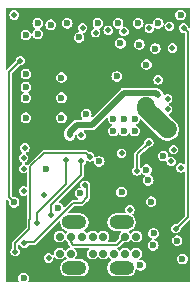
<source format=gbr>
%TF.GenerationSoftware,KiCad,Pcbnew,8.0.6*%
%TF.CreationDate,2024-10-29T18:21:19+01:00*%
%TF.ProjectId,openWifiDecoder,6f70656e-5769-4666-9944-65636f646572,rev?*%
%TF.SameCoordinates,Original*%
%TF.FileFunction,Copper,L2,Inr*%
%TF.FilePolarity,Positive*%
%FSLAX46Y46*%
G04 Gerber Fmt 4.6, Leading zero omitted, Abs format (unit mm)*
G04 Created by KiCad (PCBNEW 8.0.6) date 2024-10-29 18:21:19*
%MOMM*%
%LPD*%
G01*
G04 APERTURE LIST*
%TA.AperFunction,ComponentPad*%
%ADD10O,2.100000X1.200000*%
%TD*%
%TA.AperFunction,ComponentPad*%
%ADD11C,0.700000*%
%TD*%
%TA.AperFunction,ComponentPad*%
%ADD12C,0.600000*%
%TD*%
%TA.AperFunction,ViaPad*%
%ADD13C,0.600000*%
%TD*%
%TA.AperFunction,ViaPad*%
%ADD14C,0.500000*%
%TD*%
%TA.AperFunction,Conductor*%
%ADD15C,0.200000*%
%TD*%
%TA.AperFunction,Conductor*%
%ADD16C,1.500000*%
%TD*%
%TA.AperFunction,Conductor*%
%ADD17C,0.500000*%
%TD*%
%ADD18C,0.300000*%
%ADD19O,1.610000X0.610000*%
%ADD20C,0.350000*%
G04 APERTURE END LIST*
D10*
%TO.N,GND*%
%TO.C,USB1*%
X100500000Y-82350000D03*
X104500000Y-82350000D03*
X100500000Y-86210000D03*
X104500000Y-86210000D03*
D11*
X105750000Y-85000000D03*
%TO.N,+5V*%
X104800000Y-85000000D03*
%TO.N,Net-(USB1-CC1)*%
X103850000Y-85000000D03*
%TO.N,D+*%
X102950000Y-85000000D03*
%TO.N,D-*%
X102050000Y-85000000D03*
%TO.N,+5V*%
X100200000Y-85000000D03*
%TO.N,GND*%
X99250000Y-85000000D03*
X99250000Y-83560000D03*
%TO.N,+5V*%
X100200000Y-83560000D03*
%TO.N,Net-(USB1-CC2)*%
X101150000Y-83560000D03*
%TO.N,D+*%
X102050000Y-83560000D03*
%TO.N,D-*%
X102950000Y-83560000D03*
%TO.N,+5V*%
X104800000Y-83560000D03*
%TO.N,GND*%
X105750000Y-83560000D03*
%TD*%
D12*
%TO.N,GND*%
%TO.C,U7*%
X103800000Y-73600000D03*
X103800000Y-74600000D03*
X104700000Y-73600000D03*
X104700000Y-74600000D03*
X105600000Y-73600000D03*
X105600000Y-74600000D03*
%TD*%
D13*
%TO.N,+3V3*%
X96600000Y-67400000D03*
D14*
X109056929Y-80998452D03*
D13*
X104900000Y-77200000D03*
X102900000Y-68300000D03*
X98990000Y-86650000D03*
X101100000Y-69000000D03*
X95400000Y-86800000D03*
X105900000Y-86800000D03*
%TO.N,GND*%
X97400000Y-65500000D03*
D14*
X108800000Y-67600000D03*
D13*
X99114318Y-81106682D03*
X109650000Y-85450000D03*
D14*
X95400000Y-64800000D03*
D13*
X99900000Y-65500000D03*
X100900000Y-66700000D03*
X99400000Y-71800000D03*
X106600000Y-69000000D03*
X98100000Y-77800000D03*
X102600000Y-77200000D03*
X106600000Y-77900000D03*
X109500000Y-64800000D03*
X107000000Y-80600000D03*
X107600000Y-65500000D03*
X104100000Y-70000000D03*
X96200000Y-87100000D03*
X107210000Y-83300000D03*
X101500000Y-73200000D03*
X102500000Y-65500000D03*
X99400000Y-73500000D03*
X105900000Y-65500000D03*
X104400000Y-67200000D03*
X108010000Y-76730000D03*
X106100000Y-86000000D03*
D14*
X96200000Y-79700000D03*
D13*
X99400000Y-70100000D03*
X104500000Y-79800000D03*
X100990000Y-79900000D03*
D14*
X108400000Y-72800000D03*
D13*
X104200000Y-65500000D03*
D14*
%TO.N,+BATT*%
X106600000Y-72500000D03*
X108400000Y-74490000D03*
%TO.N,+1V8*%
X98325000Y-85375000D03*
X97900000Y-80000000D03*
%TO.N,Net-(BAT1-Pin_2)*%
X100100000Y-75000000D03*
X107610000Y-71600000D03*
%TO.N,+5V*%
X105200000Y-81300000D03*
%TO.N,MPWM1*%
X108400000Y-71900000D03*
%TO.N,MPWM2*%
X107600000Y-70300000D03*
%TO.N,SCL*%
X101100000Y-75000000D03*
X99800000Y-77100000D03*
X97300000Y-82400000D03*
%TO.N,GAUGE_INT*%
X105800000Y-78000000D03*
X106800000Y-75600000D03*
%TO.N,SDA*%
X101067675Y-77200000D03*
X104500000Y-76500000D03*
X98500000Y-81700000D03*
%TO.N,Net-(IO1-Pin_1)*%
X96200000Y-77800000D03*
D13*
%TO.N,DIG_HALL*%
X106750000Y-78800000D03*
X109200000Y-83900000D03*
%TO.N,COMP_DAC*%
X107180000Y-84300000D03*
D14*
%TO.N,Net-(U3-EN)*%
X109100000Y-82880000D03*
X109750000Y-65900000D03*
%TO.N,Net-(U3-IO0)*%
X95926207Y-68666576D03*
D13*
X95394479Y-80649999D03*
D14*
%TO.N,Net-(IO2-Pin_1)*%
X96200000Y-76900000D03*
%TO.N,Net-(IO3-Pin_1)*%
X96300000Y-76050000D03*
D13*
%TO.N,Net-(IO4-Pin_1)*%
X96400000Y-73500000D03*
%TO.N,RX*%
X107350000Y-67640001D03*
%TO.N,TX*%
X106000000Y-67300000D03*
%TO.N,Net-(IO5-Pin_1)*%
X96400000Y-71800000D03*
%TO.N,Net-(IO6-Pin_1)*%
X96400000Y-70900000D03*
%TO.N,Net-(IO7-Pin_1)*%
X96400000Y-69800000D03*
D14*
%TO.N,IMU_INT*%
X101800000Y-76800000D03*
X95493504Y-84828936D03*
%TO.N,FSYNC*%
X101403345Y-79213976D03*
X96267377Y-84132624D03*
D13*
%TO.N,Net-(IO8-Pin_1)*%
X96400000Y-66500000D03*
%TO.N,Net-(IO9-Pin_1)*%
X97400000Y-66400000D03*
%TO.N,Net-(IO10-Pin_1)*%
X98508006Y-65621349D03*
D14*
%TO.N,Net-(IO11-Pin_1)*%
X101200000Y-65900000D03*
%TO.N,Net-(IO12-Pin_1)*%
X102300000Y-66300000D03*
%TO.N,Net-(IO13-Pin_1)*%
X103367573Y-66100000D03*
%TO.N,Net-(IO15-Pin_1)*%
X108550000Y-65750000D03*
%TO.N,Net-(IO16-Pin_1)*%
X106845608Y-65928145D03*
%TO.N,Net-(IO17-Pin_1)*%
X108900000Y-76200000D03*
%TO.N,Net-(IO14-Pin_1)*%
X104700000Y-66197944D03*
%TO.N,Net-(IO18-Pin_1)*%
X109500000Y-77750000D03*
%TO.N,Net-(IO19-Pin_1)*%
X108700000Y-77200000D03*
%TD*%
D15*
%TO.N,+3V3*%
X99350000Y-87010000D02*
X98990000Y-86650000D01*
X105690000Y-87010000D02*
X99350000Y-87010000D01*
X105900000Y-86800000D02*
X105690000Y-87010000D01*
D16*
%TO.N,+BATT*%
X108350517Y-74490000D02*
X106600000Y-72739483D01*
X108400000Y-74490000D02*
X108350517Y-74490000D01*
X106600000Y-72739483D02*
X106600000Y-72500000D01*
D17*
%TO.N,Net-(BAT1-Pin_2)*%
X104690000Y-71410000D02*
X107420000Y-71410000D01*
X100700000Y-74100000D02*
X102000000Y-74100000D01*
X100100000Y-74700000D02*
X100700000Y-74100000D01*
X107420000Y-71410000D02*
X107610000Y-71600000D01*
X102000000Y-74100000D02*
X104690000Y-71410000D01*
X100100000Y-75000000D02*
X100100000Y-74700000D01*
D15*
%TO.N,+5V*%
X104119988Y-84240012D02*
X104800000Y-83560000D01*
X100385038Y-84240012D02*
X104119988Y-84240012D01*
X100200000Y-84054974D02*
X100385038Y-84240012D01*
X100200000Y-83560000D02*
X100200000Y-84054974D01*
%TO.N,SCL*%
X97300000Y-81600000D02*
X99800000Y-79100000D01*
X99800000Y-79100000D02*
X99800000Y-77100000D01*
X97300000Y-82400000D02*
X97300000Y-81600000D01*
%TO.N,GAUGE_INT*%
X105800000Y-76600000D02*
X106800000Y-75600000D01*
X105800000Y-78000000D02*
X105800000Y-76600000D01*
%TO.N,SDA*%
X98500000Y-80900000D02*
X101067675Y-78332325D01*
X98500000Y-81700000D02*
X98500000Y-80900000D01*
X101067675Y-78332325D02*
X101067675Y-77200000D01*
%TO.N,Net-(U3-EN)*%
X109100000Y-82880000D02*
X110100000Y-81880000D01*
X110100000Y-81880000D02*
X110100000Y-66250000D01*
X110100000Y-66250000D02*
X109750000Y-65900000D01*
%TO.N,Net-(U3-IO0)*%
X94970000Y-80225520D02*
X95394479Y-80649999D01*
X95926207Y-68666576D02*
X94970000Y-69622783D01*
X95400000Y-80693544D02*
X95400000Y-80600000D01*
X94970000Y-69622783D02*
X94970000Y-80225520D01*
%TO.N,IMU_INT*%
X95493504Y-84086496D02*
X95493504Y-84828936D01*
X96700000Y-82880000D02*
X95493504Y-84086496D01*
X97900000Y-76500000D02*
X96780000Y-77620000D01*
X96780000Y-77620000D02*
X96780000Y-82099756D01*
X96700000Y-82179756D02*
X96700000Y-82880000D01*
X101800000Y-76800000D02*
X101500000Y-76500000D01*
X101500000Y-76500000D02*
X97900000Y-76500000D01*
X96780000Y-82099756D02*
X96700000Y-82179756D01*
%TO.N,FSYNC*%
X101590000Y-80210000D02*
X101590000Y-79400631D01*
X96400001Y-84000000D02*
X97100000Y-84000000D01*
X101110000Y-80690000D02*
X101590000Y-80210000D01*
X97100000Y-84000000D02*
X100410000Y-80690000D01*
X96267377Y-84132624D02*
X96400001Y-84000000D01*
X101590000Y-79400631D02*
X101403345Y-79213976D01*
X100410000Y-80690000D02*
X101110000Y-80690000D01*
%TD*%
%TA.AperFunction,Conductor*%
%TO.N,+3V3*%
G36*
X110277826Y-64222174D02*
G01*
X110299500Y-64274500D01*
X110299500Y-65868971D01*
X110277826Y-65921297D01*
X110225500Y-65942971D01*
X110173174Y-65921297D01*
X110152411Y-65880547D01*
X110146617Y-65843965D01*
X110135646Y-65774696D01*
X110078050Y-65661658D01*
X109988342Y-65571950D01*
X109875304Y-65514354D01*
X109875302Y-65514353D01*
X109875301Y-65514353D01*
X109750000Y-65494508D01*
X109624698Y-65514353D01*
X109511656Y-65571951D01*
X109421951Y-65661656D01*
X109364353Y-65774698D01*
X109344508Y-65900000D01*
X109364353Y-66025301D01*
X109364353Y-66025302D01*
X109364354Y-66025304D01*
X109421950Y-66138342D01*
X109511658Y-66228050D01*
X109624696Y-66285646D01*
X109750000Y-66305492D01*
X109750002Y-66305492D01*
X109756983Y-66304386D01*
X109812056Y-66317605D01*
X109820880Y-66325140D01*
X109827822Y-66332083D01*
X109849500Y-66384406D01*
X109849500Y-77357831D01*
X109827826Y-77410157D01*
X109775500Y-77431831D01*
X109741905Y-77423766D01*
X109738343Y-77421951D01*
X109738342Y-77421950D01*
X109625304Y-77364354D01*
X109625302Y-77364353D01*
X109625301Y-77364353D01*
X109500000Y-77344508D01*
X109374698Y-77364353D01*
X109261656Y-77421951D01*
X109171951Y-77511656D01*
X109114353Y-77624698D01*
X109094508Y-77750000D01*
X109114353Y-77875301D01*
X109114353Y-77875302D01*
X109114354Y-77875304D01*
X109171950Y-77988342D01*
X109261658Y-78078050D01*
X109374696Y-78135646D01*
X109500000Y-78155492D01*
X109625304Y-78135646D01*
X109738342Y-78078050D01*
X109738344Y-78078047D01*
X109741904Y-78076234D01*
X109798367Y-78071790D01*
X109841434Y-78108572D01*
X109849500Y-78142168D01*
X109849500Y-81745586D01*
X109827826Y-81797912D01*
X109170886Y-82454851D01*
X109118560Y-82476525D01*
X109106986Y-82475614D01*
X109100002Y-82474508D01*
X109100000Y-82474508D01*
X108974698Y-82494353D01*
X108861656Y-82551951D01*
X108771951Y-82641656D01*
X108714353Y-82754698D01*
X108694508Y-82880000D01*
X108714353Y-83005301D01*
X108714353Y-83005302D01*
X108714354Y-83005304D01*
X108771950Y-83118342D01*
X108861658Y-83208050D01*
X108974696Y-83265646D01*
X109100000Y-83285492D01*
X109225304Y-83265646D01*
X109338342Y-83208050D01*
X109428050Y-83118342D01*
X109485646Y-83005304D01*
X109505492Y-82880000D01*
X109504385Y-82873013D01*
X109517606Y-82817942D01*
X109525142Y-82809117D01*
X110173174Y-82161084D01*
X110225500Y-82139411D01*
X110277826Y-82161085D01*
X110299500Y-82213411D01*
X110299500Y-87325500D01*
X110277826Y-87377826D01*
X110225500Y-87399500D01*
X96673625Y-87399500D01*
X96621299Y-87377826D01*
X96599625Y-87325500D01*
X96606312Y-87294759D01*
X96636697Y-87228226D01*
X96655133Y-87100000D01*
X96636697Y-86971774D01*
X96582882Y-86853937D01*
X96498049Y-86756033D01*
X96431032Y-86712964D01*
X96389068Y-86685995D01*
X96264772Y-86649500D01*
X96135228Y-86649500D01*
X96010931Y-86685995D01*
X95901954Y-86756031D01*
X95901950Y-86756034D01*
X95817119Y-86853935D01*
X95763302Y-86971776D01*
X95744867Y-87100000D01*
X95763302Y-87228223D01*
X95793688Y-87294759D01*
X95795709Y-87351360D01*
X95757116Y-87392813D01*
X95726375Y-87399500D01*
X94774500Y-87399500D01*
X94722174Y-87377826D01*
X94700500Y-87325500D01*
X94700500Y-84828936D01*
X95088012Y-84828936D01*
X95107857Y-84954237D01*
X95107857Y-84954238D01*
X95107858Y-84954240D01*
X95165454Y-85067278D01*
X95255162Y-85156986D01*
X95368200Y-85214582D01*
X95493504Y-85234428D01*
X95618808Y-85214582D01*
X95731846Y-85156986D01*
X95821554Y-85067278D01*
X95879150Y-84954240D01*
X95898996Y-84828936D01*
X95879150Y-84703632D01*
X95821554Y-84590594D01*
X95765678Y-84534718D01*
X95744004Y-84482392D01*
X95744004Y-84295854D01*
X95765678Y-84243528D01*
X95818004Y-84221854D01*
X95870330Y-84243528D01*
X95883934Y-84262253D01*
X95939327Y-84370966D01*
X96029035Y-84460674D01*
X96142073Y-84518270D01*
X96267377Y-84538116D01*
X96392681Y-84518270D01*
X96505719Y-84460674D01*
X96595427Y-84370966D01*
X96636221Y-84290904D01*
X96679288Y-84254122D01*
X96702155Y-84250500D01*
X97149827Y-84250500D01*
X97149828Y-84250500D01*
X97241897Y-84212364D01*
X99173174Y-82281084D01*
X99225500Y-82259411D01*
X99277826Y-82281085D01*
X99299500Y-82333411D01*
X99299500Y-82423916D01*
X99328340Y-82568907D01*
X99328343Y-82568917D01*
X99384915Y-82705494D01*
X99467048Y-82828415D01*
X99571584Y-82932951D01*
X99694505Y-83015084D01*
X99831799Y-83071953D01*
X99871848Y-83112001D01*
X99871848Y-83168638D01*
X99859406Y-83188780D01*
X99835295Y-83216605D01*
X99831697Y-83220469D01*
X99799491Y-83252676D01*
X99793937Y-83262295D01*
X99785780Y-83273750D01*
X99780925Y-83279353D01*
X99730278Y-83304704D01*
X99676539Y-83286819D01*
X99669074Y-83279353D01*
X99664218Y-83273749D01*
X99656056Y-83262286D01*
X99650509Y-83252678D01*
X99618303Y-83220472D01*
X99614703Y-83216605D01*
X99581131Y-83177860D01*
X99581129Y-83177858D01*
X99581128Y-83177857D01*
X99572591Y-83172371D01*
X99560281Y-83162450D01*
X99557322Y-83159491D01*
X99511892Y-83133261D01*
X99508887Y-83131429D01*
X99460058Y-83100050D01*
X99460049Y-83100045D01*
X99456961Y-83099139D01*
X99447776Y-83095205D01*
X99447673Y-83095454D01*
X99443186Y-83093595D01*
X99385698Y-83078191D01*
X99384004Y-83077716D01*
X99321962Y-83059500D01*
X99321961Y-83059500D01*
X99320814Y-83059500D01*
X99320629Y-83059488D01*
X99315894Y-83059488D01*
X99184106Y-83059488D01*
X99179371Y-83059488D01*
X99179186Y-83059500D01*
X99178038Y-83059500D01*
X99116004Y-83077713D01*
X99114312Y-83078188D01*
X99056810Y-83093596D01*
X99052326Y-83095454D01*
X99052224Y-83095208D01*
X99043051Y-83099134D01*
X99039951Y-83100044D01*
X99039946Y-83100046D01*
X98991105Y-83131433D01*
X98988102Y-83133264D01*
X98942677Y-83159491D01*
X98939713Y-83162455D01*
X98927408Y-83172370D01*
X98918873Y-83177855D01*
X98918869Y-83177859D01*
X98885294Y-83216606D01*
X98881697Y-83220469D01*
X98849491Y-83252676D01*
X98843937Y-83262295D01*
X98835783Y-83273746D01*
X98824624Y-83286625D01*
X98824621Y-83286629D01*
X98806151Y-83327072D01*
X98802926Y-83333327D01*
X98783596Y-83366809D01*
X98783596Y-83366811D01*
X98778937Y-83384195D01*
X98774774Y-83395776D01*
X98764836Y-83417538D01*
X98764834Y-83417544D01*
X98759478Y-83454798D01*
X98757710Y-83463416D01*
X98749488Y-83494103D01*
X98749488Y-83518990D01*
X98748735Y-83529520D01*
X98744353Y-83559999D01*
X98748735Y-83590477D01*
X98749488Y-83601008D01*
X98749488Y-83625894D01*
X98754331Y-83643967D01*
X98757709Y-83656574D01*
X98759477Y-83665195D01*
X98764834Y-83702454D01*
X98764835Y-83702456D01*
X98774775Y-83724224D01*
X98778939Y-83735808D01*
X98783596Y-83753189D01*
X98802926Y-83786671D01*
X98806151Y-83792927D01*
X98824622Y-83833372D01*
X98835780Y-83846249D01*
X98843940Y-83857708D01*
X98849488Y-83867318D01*
X98849489Y-83867319D01*
X98849491Y-83867322D01*
X98868163Y-83885994D01*
X98881690Y-83899521D01*
X98885289Y-83903386D01*
X98918872Y-83942143D01*
X98927402Y-83947625D01*
X98939717Y-83957548D01*
X98942678Y-83960509D01*
X98942680Y-83960510D01*
X98988111Y-83986740D01*
X98991116Y-83988572D01*
X99039947Y-84019953D01*
X99043036Y-84020859D01*
X99052219Y-84024793D01*
X99052323Y-84024545D01*
X99056804Y-84026401D01*
X99056808Y-84026402D01*
X99056810Y-84026403D01*
X99114407Y-84041835D01*
X99115976Y-84042276D01*
X99155688Y-84053937D01*
X99178038Y-84060500D01*
X99178039Y-84060500D01*
X99179186Y-84060500D01*
X99179371Y-84060512D01*
X99184106Y-84060512D01*
X99320629Y-84060512D01*
X99320814Y-84060500D01*
X99321962Y-84060500D01*
X99337252Y-84056010D01*
X99384036Y-84042272D01*
X99385597Y-84041834D01*
X99443190Y-84026403D01*
X99443192Y-84026402D01*
X99447674Y-84024546D01*
X99447777Y-84024796D01*
X99456971Y-84020857D01*
X99460053Y-84019953D01*
X99508889Y-83988567D01*
X99511865Y-83986753D01*
X99557322Y-83960509D01*
X99560283Y-83957548D01*
X99572598Y-83947624D01*
X99581128Y-83942143D01*
X99614710Y-83903386D01*
X99618304Y-83899526D01*
X99631836Y-83885994D01*
X99650509Y-83867322D01*
X99656062Y-83857702D01*
X99664212Y-83846257D01*
X99669076Y-83840643D01*
X99719721Y-83815293D01*
X99773459Y-83833180D01*
X99780918Y-83840638D01*
X99785783Y-83846253D01*
X99793940Y-83857708D01*
X99799488Y-83867318D01*
X99799489Y-83867319D01*
X99799491Y-83867322D01*
X99818163Y-83885994D01*
X99831690Y-83899521D01*
X99835289Y-83903386D01*
X99868872Y-83942143D01*
X99877402Y-83947625D01*
X99889717Y-83957548D01*
X99892678Y-83960509D01*
X99912500Y-83971953D01*
X99946978Y-84016885D01*
X99949500Y-84036039D01*
X99949500Y-84104803D01*
X99987634Y-84196868D01*
X99987637Y-84196872D01*
X100165338Y-84374573D01*
X100187012Y-84426899D01*
X100165338Y-84479225D01*
X100132438Y-84495701D01*
X100133116Y-84498009D01*
X100066004Y-84517713D01*
X100064312Y-84518188D01*
X100006810Y-84533596D01*
X100002326Y-84535454D01*
X100002224Y-84535208D01*
X99993051Y-84539134D01*
X99989951Y-84540044D01*
X99989946Y-84540046D01*
X99941105Y-84571433D01*
X99938102Y-84573264D01*
X99892677Y-84599491D01*
X99889713Y-84602455D01*
X99877408Y-84612370D01*
X99868873Y-84617855D01*
X99868869Y-84617859D01*
X99835294Y-84656606D01*
X99831697Y-84660469D01*
X99799491Y-84692676D01*
X99793937Y-84702295D01*
X99785780Y-84713750D01*
X99780925Y-84719353D01*
X99730278Y-84744704D01*
X99676539Y-84726819D01*
X99669074Y-84719353D01*
X99664218Y-84713749D01*
X99656056Y-84702286D01*
X99650509Y-84692678D01*
X99618303Y-84660472D01*
X99614703Y-84656605D01*
X99581131Y-84617860D01*
X99581129Y-84617858D01*
X99581128Y-84617857D01*
X99572591Y-84612371D01*
X99560281Y-84602450D01*
X99557322Y-84599491D01*
X99511892Y-84573261D01*
X99508887Y-84571429D01*
X99460058Y-84540050D01*
X99460049Y-84540045D01*
X99456961Y-84539139D01*
X99447776Y-84535205D01*
X99447673Y-84535454D01*
X99443186Y-84533595D01*
X99385698Y-84518191D01*
X99384004Y-84517716D01*
X99321962Y-84499500D01*
X99321961Y-84499500D01*
X99320814Y-84499500D01*
X99320629Y-84499488D01*
X99315894Y-84499488D01*
X99184106Y-84499488D01*
X99179371Y-84499488D01*
X99179186Y-84499500D01*
X99178038Y-84499500D01*
X99116004Y-84517713D01*
X99114312Y-84518188D01*
X99056810Y-84533596D01*
X99052326Y-84535454D01*
X99052224Y-84535208D01*
X99043051Y-84539134D01*
X99039951Y-84540044D01*
X99039946Y-84540046D01*
X98991105Y-84571433D01*
X98988102Y-84573264D01*
X98942677Y-84599491D01*
X98939713Y-84602455D01*
X98927408Y-84612370D01*
X98918873Y-84617855D01*
X98918869Y-84617859D01*
X98885294Y-84656606D01*
X98881697Y-84660469D01*
X98849491Y-84692676D01*
X98843937Y-84702295D01*
X98835783Y-84713746D01*
X98824624Y-84726625D01*
X98824621Y-84726629D01*
X98806151Y-84767072D01*
X98802926Y-84773327D01*
X98783596Y-84806809D01*
X98783596Y-84806811D01*
X98778937Y-84824195D01*
X98774774Y-84835776D01*
X98764836Y-84857538D01*
X98764834Y-84857544D01*
X98759478Y-84894798D01*
X98757710Y-84903416D01*
X98749488Y-84934103D01*
X98749488Y-84958990D01*
X98748735Y-84969520D01*
X98744353Y-84999999D01*
X98748735Y-85030477D01*
X98749488Y-85041008D01*
X98749488Y-85054444D01*
X98727814Y-85106770D01*
X98675488Y-85128444D01*
X98623162Y-85106770D01*
X98563343Y-85046951D01*
X98563342Y-85046950D01*
X98450304Y-84989354D01*
X98450302Y-84989353D01*
X98450301Y-84989353D01*
X98325000Y-84969508D01*
X98199698Y-84989353D01*
X98086656Y-85046951D01*
X97996951Y-85136656D01*
X97939353Y-85249698D01*
X97919508Y-85375000D01*
X97939353Y-85500301D01*
X97939353Y-85500302D01*
X97939354Y-85500304D01*
X97996950Y-85613342D01*
X98086658Y-85703050D01*
X98199696Y-85760646D01*
X98325000Y-85780492D01*
X98450304Y-85760646D01*
X98563342Y-85703050D01*
X98653050Y-85613342D01*
X98710646Y-85500304D01*
X98730492Y-85375000D01*
X98730492Y-85374999D01*
X98730492Y-85369176D01*
X98733143Y-85369176D01*
X98744202Y-85323074D01*
X98792487Y-85293472D01*
X98847562Y-85306684D01*
X98856397Y-85314228D01*
X98875343Y-85333174D01*
X98881690Y-85339521D01*
X98885289Y-85343386D01*
X98918872Y-85382143D01*
X98927402Y-85387625D01*
X98939717Y-85397548D01*
X98942678Y-85400509D01*
X98985023Y-85424957D01*
X98988111Y-85426740D01*
X98991116Y-85428572D01*
X99039947Y-85459953D01*
X99043036Y-85460859D01*
X99052219Y-85464793D01*
X99052323Y-85464545D01*
X99056804Y-85466401D01*
X99056808Y-85466402D01*
X99056810Y-85466403D01*
X99114407Y-85481835D01*
X99115976Y-85482276D01*
X99164972Y-85496663D01*
X99178038Y-85500500D01*
X99178039Y-85500500D01*
X99179186Y-85500500D01*
X99179371Y-85500512D01*
X99184106Y-85500512D01*
X99320629Y-85500512D01*
X99320814Y-85500500D01*
X99321962Y-85500500D01*
X99334423Y-85496840D01*
X99384036Y-85482272D01*
X99385597Y-85481834D01*
X99443190Y-85466403D01*
X99443192Y-85466402D01*
X99447674Y-85464546D01*
X99447777Y-85464796D01*
X99456971Y-85460857D01*
X99460053Y-85459953D01*
X99508889Y-85428567D01*
X99511865Y-85426753D01*
X99557322Y-85400509D01*
X99560283Y-85397548D01*
X99572598Y-85387624D01*
X99581128Y-85382143D01*
X99614710Y-85343386D01*
X99618304Y-85339526D01*
X99624656Y-85333174D01*
X99650509Y-85307322D01*
X99656062Y-85297702D01*
X99664212Y-85286257D01*
X99669076Y-85280643D01*
X99719721Y-85255293D01*
X99773459Y-85273180D01*
X99780918Y-85280638D01*
X99785783Y-85286253D01*
X99793940Y-85297708D01*
X99799488Y-85307318D01*
X99799489Y-85307319D01*
X99799491Y-85307322D01*
X99825343Y-85333174D01*
X99831690Y-85339521D01*
X99835288Y-85343386D01*
X99859406Y-85371219D01*
X99877293Y-85424957D01*
X99851941Y-85475604D01*
X99831800Y-85488046D01*
X99694504Y-85544916D01*
X99571584Y-85627048D01*
X99571583Y-85627050D01*
X99467050Y-85731583D01*
X99467048Y-85731584D01*
X99384915Y-85854505D01*
X99328343Y-85991082D01*
X99328340Y-85991092D01*
X99299500Y-86136083D01*
X99299500Y-86283916D01*
X99328340Y-86428907D01*
X99328343Y-86428917D01*
X99384915Y-86565494D01*
X99384916Y-86565495D01*
X99467049Y-86688416D01*
X99571584Y-86792951D01*
X99694505Y-86875084D01*
X99831087Y-86931658D01*
X99976082Y-86960500D01*
X99976084Y-86960500D01*
X101023916Y-86960500D01*
X101023918Y-86960500D01*
X101168913Y-86931658D01*
X101305495Y-86875084D01*
X101428416Y-86792951D01*
X101532951Y-86688416D01*
X101615084Y-86565495D01*
X101671658Y-86428913D01*
X101700500Y-86283918D01*
X101700500Y-86136082D01*
X101671658Y-85991087D01*
X101615084Y-85854505D01*
X101532951Y-85731584D01*
X101428416Y-85627049D01*
X101428101Y-85626838D01*
X101305494Y-85544915D01*
X101168917Y-85488343D01*
X101168907Y-85488340D01*
X101071811Y-85469026D01*
X101023918Y-85459500D01*
X101023916Y-85459500D01*
X100626982Y-85459500D01*
X100574656Y-85437826D01*
X100552982Y-85385500D01*
X100574656Y-85333174D01*
X100600509Y-85307322D01*
X100606062Y-85297702D01*
X100614214Y-85286254D01*
X100625377Y-85273373D01*
X100643852Y-85232915D01*
X100647072Y-85226671D01*
X100666403Y-85193190D01*
X100671060Y-85175804D01*
X100675221Y-85164227D01*
X100685165Y-85142457D01*
X100690522Y-85105195D01*
X100692287Y-85096586D01*
X100700512Y-85065894D01*
X100700512Y-85041008D01*
X100701265Y-85030477D01*
X100705647Y-85000000D01*
X100701265Y-84969520D01*
X100700512Y-84958990D01*
X100700512Y-84934106D01*
X100700511Y-84934103D01*
X100692285Y-84903406D01*
X100690521Y-84894801D01*
X100685165Y-84857543D01*
X100675224Y-84835776D01*
X100671060Y-84824191D01*
X100666404Y-84806812D01*
X100647077Y-84773337D01*
X100643850Y-84767078D01*
X100625377Y-84726627D01*
X100614216Y-84713746D01*
X100606056Y-84702286D01*
X100600509Y-84692678D01*
X100568303Y-84660472D01*
X100564703Y-84656605D01*
X100527662Y-84613857D01*
X100529862Y-84611950D01*
X100508755Y-84569809D01*
X100526628Y-84516066D01*
X100577268Y-84490702D01*
X100582565Y-84490512D01*
X101667435Y-84490512D01*
X101719761Y-84512186D01*
X101741435Y-84564512D01*
X101721349Y-84613003D01*
X101722336Y-84613859D01*
X101719766Y-84616823D01*
X101719761Y-84616838D01*
X101719727Y-84616868D01*
X101685294Y-84656606D01*
X101681697Y-84660469D01*
X101649491Y-84692676D01*
X101643937Y-84702295D01*
X101635783Y-84713746D01*
X101624624Y-84726625D01*
X101624621Y-84726629D01*
X101606151Y-84767072D01*
X101602926Y-84773327D01*
X101583596Y-84806809D01*
X101583596Y-84806811D01*
X101578937Y-84824195D01*
X101574774Y-84835776D01*
X101564836Y-84857538D01*
X101564834Y-84857544D01*
X101559478Y-84894798D01*
X101557710Y-84903416D01*
X101549488Y-84934103D01*
X101549488Y-84958990D01*
X101548735Y-84969520D01*
X101544353Y-84999999D01*
X101548735Y-85030477D01*
X101549488Y-85041008D01*
X101549488Y-85065894D01*
X101557709Y-85096574D01*
X101559477Y-85105195D01*
X101564834Y-85142454D01*
X101564835Y-85142456D01*
X101574775Y-85164224D01*
X101578939Y-85175808D01*
X101583596Y-85193189D01*
X101602926Y-85226671D01*
X101606151Y-85232927D01*
X101624622Y-85273372D01*
X101635780Y-85286249D01*
X101643940Y-85297708D01*
X101649488Y-85307318D01*
X101649489Y-85307319D01*
X101649491Y-85307322D01*
X101675343Y-85333174D01*
X101681690Y-85339521D01*
X101685289Y-85343386D01*
X101718872Y-85382143D01*
X101727402Y-85387625D01*
X101739717Y-85397548D01*
X101742678Y-85400509D01*
X101785023Y-85424957D01*
X101788111Y-85426740D01*
X101791116Y-85428572D01*
X101839947Y-85459953D01*
X101843036Y-85460859D01*
X101852219Y-85464793D01*
X101852323Y-85464545D01*
X101856804Y-85466401D01*
X101856808Y-85466402D01*
X101856810Y-85466403D01*
X101914407Y-85481835D01*
X101915976Y-85482276D01*
X101964972Y-85496663D01*
X101978038Y-85500500D01*
X101978039Y-85500500D01*
X101979186Y-85500500D01*
X101979371Y-85500512D01*
X101984106Y-85500512D01*
X102120629Y-85500512D01*
X102120814Y-85500500D01*
X102121962Y-85500500D01*
X102134423Y-85496840D01*
X102184036Y-85482272D01*
X102185597Y-85481834D01*
X102243190Y-85466403D01*
X102243192Y-85466402D01*
X102247674Y-85464546D01*
X102247777Y-85464796D01*
X102256971Y-85460857D01*
X102260053Y-85459953D01*
X102308889Y-85428567D01*
X102311865Y-85426753D01*
X102357322Y-85400509D01*
X102360283Y-85397548D01*
X102372598Y-85387624D01*
X102381128Y-85382143D01*
X102414710Y-85343386D01*
X102418303Y-85339527D01*
X102424656Y-85333174D01*
X102447675Y-85310155D01*
X102500000Y-85288482D01*
X102552324Y-85310155D01*
X102575343Y-85333174D01*
X102581690Y-85339521D01*
X102585289Y-85343386D01*
X102618872Y-85382143D01*
X102627402Y-85387625D01*
X102639717Y-85397548D01*
X102642678Y-85400509D01*
X102685023Y-85424957D01*
X102688111Y-85426740D01*
X102691116Y-85428572D01*
X102739947Y-85459953D01*
X102743036Y-85460859D01*
X102752219Y-85464793D01*
X102752323Y-85464545D01*
X102756804Y-85466401D01*
X102756808Y-85466402D01*
X102756810Y-85466403D01*
X102814407Y-85481835D01*
X102815976Y-85482276D01*
X102864972Y-85496663D01*
X102878038Y-85500500D01*
X102878039Y-85500500D01*
X102879186Y-85500500D01*
X102879371Y-85500512D01*
X102884106Y-85500512D01*
X103020629Y-85500512D01*
X103020814Y-85500500D01*
X103021962Y-85500500D01*
X103034423Y-85496840D01*
X103084036Y-85482272D01*
X103085597Y-85481834D01*
X103143190Y-85466403D01*
X103143192Y-85466402D01*
X103147674Y-85464546D01*
X103147777Y-85464796D01*
X103156971Y-85460857D01*
X103160053Y-85459953D01*
X103208889Y-85428567D01*
X103211865Y-85426753D01*
X103257322Y-85400509D01*
X103260283Y-85397548D01*
X103272598Y-85387624D01*
X103281128Y-85382143D01*
X103314710Y-85343386D01*
X103318303Y-85339527D01*
X103324656Y-85333174D01*
X103347675Y-85310155D01*
X103400000Y-85288482D01*
X103452324Y-85310155D01*
X103475343Y-85333174D01*
X103481690Y-85339521D01*
X103485289Y-85343386D01*
X103518872Y-85382143D01*
X103527402Y-85387625D01*
X103539717Y-85397548D01*
X103542678Y-85400509D01*
X103585023Y-85424957D01*
X103588111Y-85426740D01*
X103591116Y-85428572D01*
X103621344Y-85447998D01*
X103637579Y-85458431D01*
X103669881Y-85504953D01*
X103659825Y-85560691D01*
X103638685Y-85582212D01*
X103571587Y-85627046D01*
X103467050Y-85731583D01*
X103467048Y-85731584D01*
X103384915Y-85854505D01*
X103328343Y-85991082D01*
X103328340Y-85991092D01*
X103299500Y-86136083D01*
X103299500Y-86283916D01*
X103328340Y-86428907D01*
X103328343Y-86428917D01*
X103384915Y-86565494D01*
X103384916Y-86565495D01*
X103467049Y-86688416D01*
X103571584Y-86792951D01*
X103694505Y-86875084D01*
X103831087Y-86931658D01*
X103976082Y-86960500D01*
X103976084Y-86960500D01*
X105023916Y-86960500D01*
X105023918Y-86960500D01*
X105168913Y-86931658D01*
X105305495Y-86875084D01*
X105428416Y-86792951D01*
X105532951Y-86688416D01*
X105615084Y-86565495D01*
X105671658Y-86428913D01*
X105680392Y-86385003D01*
X105711857Y-86337912D01*
X105767406Y-86326862D01*
X105797259Y-86341475D01*
X105797498Y-86341105D01*
X105800676Y-86343147D01*
X105801433Y-86343518D01*
X105801949Y-86343965D01*
X105801951Y-86343967D01*
X105910931Y-86414004D01*
X106035228Y-86450500D01*
X106164772Y-86450500D01*
X106289069Y-86414004D01*
X106398049Y-86343967D01*
X106482882Y-86246063D01*
X106536697Y-86128226D01*
X106555133Y-86000000D01*
X106536697Y-85871774D01*
X106482882Y-85753937D01*
X106398049Y-85656033D01*
X106331032Y-85612964D01*
X106289068Y-85585995D01*
X106164772Y-85549500D01*
X106075433Y-85549500D01*
X106023107Y-85527826D01*
X106001433Y-85475500D01*
X106011995Y-85450000D01*
X109194867Y-85450000D01*
X109213302Y-85578223D01*
X109213302Y-85578224D01*
X109213303Y-85578226D01*
X109267118Y-85696063D01*
X109351951Y-85793967D01*
X109460931Y-85864004D01*
X109585228Y-85900500D01*
X109714772Y-85900500D01*
X109839069Y-85864004D01*
X109948049Y-85793967D01*
X110032882Y-85696063D01*
X110086697Y-85578226D01*
X110105133Y-85450000D01*
X110086697Y-85321774D01*
X110032882Y-85203937D01*
X109948049Y-85106033D01*
X109867775Y-85054444D01*
X109839068Y-85035995D01*
X109714772Y-84999500D01*
X109585228Y-84999500D01*
X109460931Y-85035995D01*
X109351954Y-85106031D01*
X109351950Y-85106034D01*
X109267119Y-85203935D01*
X109267118Y-85203936D01*
X109267118Y-85203937D01*
X109256741Y-85226659D01*
X109213302Y-85321776D01*
X109194867Y-85450000D01*
X106011995Y-85450000D01*
X106023107Y-85423174D01*
X106038430Y-85411415D01*
X106057322Y-85400509D01*
X106060283Y-85397548D01*
X106072598Y-85387624D01*
X106081128Y-85382143D01*
X106114710Y-85343386D01*
X106118304Y-85339526D01*
X106124656Y-85333174D01*
X106150509Y-85307322D01*
X106156062Y-85297702D01*
X106164214Y-85286254D01*
X106175377Y-85273373D01*
X106193852Y-85232915D01*
X106197072Y-85226671D01*
X106216403Y-85193190D01*
X106221060Y-85175804D01*
X106225221Y-85164227D01*
X106235165Y-85142457D01*
X106240522Y-85105195D01*
X106242287Y-85096586D01*
X106250512Y-85065894D01*
X106250512Y-85041008D01*
X106251265Y-85030477D01*
X106255647Y-85000000D01*
X106251265Y-84969520D01*
X106250512Y-84958990D01*
X106250512Y-84934106D01*
X106250511Y-84934103D01*
X106242285Y-84903406D01*
X106240521Y-84894801D01*
X106235165Y-84857543D01*
X106225224Y-84835776D01*
X106221060Y-84824191D01*
X106216404Y-84806812D01*
X106197077Y-84773337D01*
X106193850Y-84767078D01*
X106175377Y-84726627D01*
X106164216Y-84713746D01*
X106156056Y-84702286D01*
X106150509Y-84692678D01*
X106118303Y-84660472D01*
X106114703Y-84656605D01*
X106081131Y-84617860D01*
X106081129Y-84617858D01*
X106081128Y-84617857D01*
X106072591Y-84612371D01*
X106060281Y-84602450D01*
X106057322Y-84599491D01*
X106011892Y-84573261D01*
X106008887Y-84571429D01*
X105960058Y-84540050D01*
X105960049Y-84540045D01*
X105956961Y-84539139D01*
X105947776Y-84535205D01*
X105947673Y-84535454D01*
X105943186Y-84533595D01*
X105885698Y-84518191D01*
X105884004Y-84517716D01*
X105821962Y-84499500D01*
X105821961Y-84499500D01*
X105820814Y-84499500D01*
X105820629Y-84499488D01*
X105815894Y-84499488D01*
X105684106Y-84499488D01*
X105679371Y-84499488D01*
X105679186Y-84499500D01*
X105678038Y-84499500D01*
X105616004Y-84517713D01*
X105614312Y-84518188D01*
X105556810Y-84533596D01*
X105552326Y-84535454D01*
X105552224Y-84535208D01*
X105543051Y-84539134D01*
X105539951Y-84540044D01*
X105539946Y-84540046D01*
X105491105Y-84571433D01*
X105488102Y-84573264D01*
X105442677Y-84599491D01*
X105439713Y-84602455D01*
X105427408Y-84612370D01*
X105418873Y-84617855D01*
X105418869Y-84617859D01*
X105385294Y-84656606D01*
X105381697Y-84660469D01*
X105349491Y-84692676D01*
X105343937Y-84702295D01*
X105335780Y-84713750D01*
X105330925Y-84719353D01*
X105280278Y-84744704D01*
X105226539Y-84726819D01*
X105219074Y-84719353D01*
X105214218Y-84713749D01*
X105206056Y-84702286D01*
X105200509Y-84692678D01*
X105168303Y-84660472D01*
X105164703Y-84656605D01*
X105131131Y-84617860D01*
X105131129Y-84617858D01*
X105131128Y-84617857D01*
X105122591Y-84612371D01*
X105110281Y-84602450D01*
X105107322Y-84599491D01*
X105061892Y-84573261D01*
X105058887Y-84571429D01*
X105010058Y-84540050D01*
X105010049Y-84540045D01*
X105006961Y-84539139D01*
X104997776Y-84535205D01*
X104997673Y-84535454D01*
X104993186Y-84533595D01*
X104935698Y-84518191D01*
X104934004Y-84517716D01*
X104871962Y-84499500D01*
X104871961Y-84499500D01*
X104870814Y-84499500D01*
X104870629Y-84499488D01*
X104865894Y-84499488D01*
X104734106Y-84499488D01*
X104729371Y-84499488D01*
X104729186Y-84499500D01*
X104728038Y-84499500D01*
X104666004Y-84517713D01*
X104664312Y-84518188D01*
X104606810Y-84533596D01*
X104602326Y-84535454D01*
X104602224Y-84535208D01*
X104593051Y-84539134D01*
X104589951Y-84540044D01*
X104589946Y-84540046D01*
X104541105Y-84571433D01*
X104538102Y-84573264D01*
X104492677Y-84599491D01*
X104489713Y-84602455D01*
X104477408Y-84612370D01*
X104468873Y-84617855D01*
X104468869Y-84617859D01*
X104435294Y-84656606D01*
X104431697Y-84660469D01*
X104399491Y-84692676D01*
X104393937Y-84702295D01*
X104385780Y-84713750D01*
X104380925Y-84719353D01*
X104330278Y-84744704D01*
X104276539Y-84726819D01*
X104269074Y-84719353D01*
X104264218Y-84713749D01*
X104256056Y-84702286D01*
X104250509Y-84692678D01*
X104218303Y-84660472D01*
X104214703Y-84656605D01*
X104181131Y-84617860D01*
X104181129Y-84617859D01*
X104181128Y-84617857D01*
X104179589Y-84616868D01*
X104175211Y-84614054D01*
X104142910Y-84567531D01*
X104152967Y-84511794D01*
X104186901Y-84483435D01*
X104261885Y-84452376D01*
X104414260Y-84300000D01*
X106724867Y-84300000D01*
X106743302Y-84428223D01*
X106743302Y-84428224D01*
X106743303Y-84428226D01*
X106797118Y-84546063D01*
X106881951Y-84643967D01*
X106990931Y-84714004D01*
X107115228Y-84750500D01*
X107244772Y-84750500D01*
X107369069Y-84714004D01*
X107478049Y-84643967D01*
X107562882Y-84546063D01*
X107616697Y-84428226D01*
X107635133Y-84300000D01*
X107616697Y-84171774D01*
X107562882Y-84053937D01*
X107478049Y-83956033D01*
X107396141Y-83903394D01*
X107390860Y-83900000D01*
X108744867Y-83900000D01*
X108763302Y-84028223D01*
X108763302Y-84028224D01*
X108763303Y-84028226D01*
X108817118Y-84146063D01*
X108901951Y-84243967D01*
X109010931Y-84314004D01*
X109135228Y-84350500D01*
X109264772Y-84350500D01*
X109389069Y-84314004D01*
X109498049Y-84243967D01*
X109582882Y-84146063D01*
X109636697Y-84028226D01*
X109655133Y-83900000D01*
X109636697Y-83771774D01*
X109582882Y-83653937D01*
X109498049Y-83556033D01*
X109431032Y-83512964D01*
X109389068Y-83485995D01*
X109264772Y-83449500D01*
X109135228Y-83449500D01*
X109010931Y-83485995D01*
X108901954Y-83556031D01*
X108901950Y-83556034D01*
X108817119Y-83653935D01*
X108817118Y-83653936D01*
X108817118Y-83653937D01*
X108799572Y-83692356D01*
X108763302Y-83771776D01*
X108744867Y-83900000D01*
X107390860Y-83900000D01*
X107369068Y-83885995D01*
X107333006Y-83875407D01*
X107288906Y-83839869D01*
X107282851Y-83783556D01*
X107318389Y-83739456D01*
X107333007Y-83733401D01*
X107399069Y-83714004D01*
X107508049Y-83643967D01*
X107592882Y-83546063D01*
X107646697Y-83428226D01*
X107665133Y-83300000D01*
X107646697Y-83171774D01*
X107592882Y-83053937D01*
X107508049Y-82956033D01*
X107441032Y-82912964D01*
X107399068Y-82885995D01*
X107274772Y-82849500D01*
X107145228Y-82849500D01*
X107020931Y-82885995D01*
X106911954Y-82956031D01*
X106911950Y-82956034D01*
X106827119Y-83053935D01*
X106827118Y-83053936D01*
X106827118Y-83053937D01*
X106819026Y-83071656D01*
X106773302Y-83171776D01*
X106754867Y-83300000D01*
X106773302Y-83428223D01*
X106773302Y-83428224D01*
X106773303Y-83428226D01*
X106827118Y-83546063D01*
X106911951Y-83643967D01*
X107020931Y-83714004D01*
X107056992Y-83724592D01*
X107101093Y-83760129D01*
X107107148Y-83816442D01*
X107071611Y-83860543D01*
X107056994Y-83866597D01*
X106990933Y-83885994D01*
X106881954Y-83956031D01*
X106881950Y-83956034D01*
X106797119Y-84053935D01*
X106743302Y-84171776D01*
X106724867Y-84300000D01*
X104414260Y-84300000D01*
X104639574Y-84074685D01*
X104691899Y-84053012D01*
X104712745Y-84056009D01*
X104728039Y-84060500D01*
X104729186Y-84060500D01*
X104729371Y-84060512D01*
X104734106Y-84060512D01*
X104870629Y-84060512D01*
X104870814Y-84060500D01*
X104871962Y-84060500D01*
X104887252Y-84056010D01*
X104934036Y-84042272D01*
X104935597Y-84041834D01*
X104993190Y-84026403D01*
X104993192Y-84026402D01*
X104997674Y-84024546D01*
X104997777Y-84024796D01*
X105006971Y-84020857D01*
X105010053Y-84019953D01*
X105058889Y-83988567D01*
X105061865Y-83986753D01*
X105107322Y-83960509D01*
X105110283Y-83957548D01*
X105122598Y-83947624D01*
X105131128Y-83942143D01*
X105164710Y-83903386D01*
X105168304Y-83899526D01*
X105181836Y-83885994D01*
X105200509Y-83867322D01*
X105206062Y-83857702D01*
X105214212Y-83846257D01*
X105219076Y-83840643D01*
X105269721Y-83815293D01*
X105323459Y-83833180D01*
X105330918Y-83840638D01*
X105335783Y-83846253D01*
X105343940Y-83857708D01*
X105349488Y-83867318D01*
X105349489Y-83867319D01*
X105349491Y-83867322D01*
X105368163Y-83885994D01*
X105381690Y-83899521D01*
X105385289Y-83903386D01*
X105418872Y-83942143D01*
X105427402Y-83947625D01*
X105439717Y-83957548D01*
X105442678Y-83960509D01*
X105442680Y-83960510D01*
X105488111Y-83986740D01*
X105491116Y-83988572D01*
X105539947Y-84019953D01*
X105543036Y-84020859D01*
X105552219Y-84024793D01*
X105552323Y-84024545D01*
X105556804Y-84026401D01*
X105556808Y-84026402D01*
X105556810Y-84026403D01*
X105614407Y-84041835D01*
X105615976Y-84042276D01*
X105655688Y-84053937D01*
X105678038Y-84060500D01*
X105678039Y-84060500D01*
X105679186Y-84060500D01*
X105679371Y-84060512D01*
X105684106Y-84060512D01*
X105820629Y-84060512D01*
X105820814Y-84060500D01*
X105821962Y-84060500D01*
X105837252Y-84056010D01*
X105884036Y-84042272D01*
X105885597Y-84041834D01*
X105943190Y-84026403D01*
X105943192Y-84026402D01*
X105947674Y-84024546D01*
X105947777Y-84024796D01*
X105956971Y-84020857D01*
X105960053Y-84019953D01*
X106008889Y-83988567D01*
X106011865Y-83986753D01*
X106057322Y-83960509D01*
X106060283Y-83957548D01*
X106072598Y-83947624D01*
X106081128Y-83942143D01*
X106114710Y-83903386D01*
X106118304Y-83899526D01*
X106131836Y-83885994D01*
X106150509Y-83867322D01*
X106156062Y-83857702D01*
X106164214Y-83846254D01*
X106175377Y-83833373D01*
X106193852Y-83792915D01*
X106197072Y-83786671D01*
X106216403Y-83753190D01*
X106221060Y-83735804D01*
X106225221Y-83724227D01*
X106235165Y-83702457D01*
X106240522Y-83665195D01*
X106242287Y-83656586D01*
X106250512Y-83625894D01*
X106250512Y-83601008D01*
X106251265Y-83590477D01*
X106255647Y-83560000D01*
X106251265Y-83529520D01*
X106250512Y-83518990D01*
X106250512Y-83494106D01*
X106250511Y-83494103D01*
X106242285Y-83463406D01*
X106240521Y-83454801D01*
X106235165Y-83417543D01*
X106225224Y-83395776D01*
X106221060Y-83384191D01*
X106216404Y-83366812D01*
X106197077Y-83333337D01*
X106193850Y-83327078D01*
X106175377Y-83286627D01*
X106164216Y-83273746D01*
X106156056Y-83262286D01*
X106150509Y-83252678D01*
X106118303Y-83220472D01*
X106114703Y-83216605D01*
X106081131Y-83177860D01*
X106081129Y-83177858D01*
X106081128Y-83177857D01*
X106072591Y-83172371D01*
X106060281Y-83162450D01*
X106057322Y-83159491D01*
X106011892Y-83133261D01*
X106008887Y-83131429D01*
X105960058Y-83100050D01*
X105960049Y-83100045D01*
X105956961Y-83099139D01*
X105947776Y-83095205D01*
X105947673Y-83095454D01*
X105943186Y-83093595D01*
X105885698Y-83078191D01*
X105884004Y-83077716D01*
X105821962Y-83059500D01*
X105821961Y-83059500D01*
X105820814Y-83059500D01*
X105820629Y-83059488D01*
X105815894Y-83059488D01*
X105684106Y-83059488D01*
X105679371Y-83059488D01*
X105679186Y-83059500D01*
X105678038Y-83059500D01*
X105616004Y-83077713D01*
X105614312Y-83078188D01*
X105556810Y-83093596D01*
X105552326Y-83095454D01*
X105552224Y-83095208D01*
X105543051Y-83099134D01*
X105539951Y-83100044D01*
X105539946Y-83100046D01*
X105491105Y-83131433D01*
X105488102Y-83133264D01*
X105442677Y-83159491D01*
X105439713Y-83162455D01*
X105427408Y-83172370D01*
X105418873Y-83177855D01*
X105418869Y-83177859D01*
X105385294Y-83216606D01*
X105381697Y-83220469D01*
X105349491Y-83252676D01*
X105343937Y-83262295D01*
X105335780Y-83273750D01*
X105330925Y-83279353D01*
X105280278Y-83304704D01*
X105226539Y-83286819D01*
X105219074Y-83279353D01*
X105214218Y-83273749D01*
X105206056Y-83262286D01*
X105200509Y-83252678D01*
X105168303Y-83220472D01*
X105164703Y-83216605D01*
X105140592Y-83188779D01*
X105122707Y-83135040D01*
X105148059Y-83084394D01*
X105168200Y-83071953D01*
X105168911Y-83071658D01*
X105168913Y-83071658D01*
X105305495Y-83015084D01*
X105428416Y-82932951D01*
X105532951Y-82828416D01*
X105615084Y-82705495D01*
X105671658Y-82568913D01*
X105700500Y-82423918D01*
X105700500Y-82276082D01*
X105671658Y-82131087D01*
X105615084Y-81994505D01*
X105532951Y-81871584D01*
X105428416Y-81767049D01*
X105428415Y-81767048D01*
X105428410Y-81767044D01*
X105419661Y-81761198D01*
X105388196Y-81714105D01*
X105399248Y-81658557D01*
X105427178Y-81633738D01*
X105438342Y-81628050D01*
X105528050Y-81538342D01*
X105585646Y-81425304D01*
X105605492Y-81300000D01*
X105585646Y-81174696D01*
X105528050Y-81061658D01*
X105438342Y-80971950D01*
X105325304Y-80914354D01*
X105325302Y-80914353D01*
X105325301Y-80914353D01*
X105200000Y-80894508D01*
X105074698Y-80914353D01*
X104961656Y-80971951D01*
X104871951Y-81061656D01*
X104814353Y-81174698D01*
X104794508Y-81300000D01*
X104814354Y-81425304D01*
X104848289Y-81491905D01*
X104852733Y-81548367D01*
X104815950Y-81591434D01*
X104782355Y-81599500D01*
X103976082Y-81599500D01*
X103934977Y-81607676D01*
X103831092Y-81628340D01*
X103831082Y-81628343D01*
X103694505Y-81684915D01*
X103571584Y-81767048D01*
X103571583Y-81767050D01*
X103467050Y-81871583D01*
X103467048Y-81871584D01*
X103384915Y-81994505D01*
X103328343Y-82131082D01*
X103328340Y-82131092D01*
X103299500Y-82276083D01*
X103299500Y-82423916D01*
X103328340Y-82568907D01*
X103328343Y-82568917D01*
X103384915Y-82705494D01*
X103460051Y-82817942D01*
X103467049Y-82828416D01*
X103571584Y-82932951D01*
X103694505Y-83015084D01*
X103831087Y-83071658D01*
X103976082Y-83100500D01*
X104373016Y-83100500D01*
X104425342Y-83122174D01*
X104447016Y-83174500D01*
X104425343Y-83226825D01*
X104399489Y-83252679D01*
X104393937Y-83262295D01*
X104385783Y-83273746D01*
X104374624Y-83286625D01*
X104374621Y-83286629D01*
X104356151Y-83327072D01*
X104352926Y-83333327D01*
X104333596Y-83366809D01*
X104333596Y-83366811D01*
X104328937Y-83384195D01*
X104324774Y-83395776D01*
X104314836Y-83417538D01*
X104314834Y-83417544D01*
X104309478Y-83454798D01*
X104307710Y-83463416D01*
X104299488Y-83494103D01*
X104299488Y-83518990D01*
X104298735Y-83529520D01*
X104294353Y-83559999D01*
X104298735Y-83590477D01*
X104299488Y-83601008D01*
X104299488Y-83625895D01*
X104305411Y-83647998D01*
X104298020Y-83704151D01*
X104286259Y-83719478D01*
X104037901Y-83967838D01*
X103985575Y-83989512D01*
X103406807Y-83989512D01*
X103354481Y-83967838D01*
X103332807Y-83915512D01*
X103348097Y-83870466D01*
X103350504Y-83867327D01*
X103350504Y-83867326D01*
X103350509Y-83867322D01*
X103356062Y-83857702D01*
X103364214Y-83846254D01*
X103375377Y-83833373D01*
X103393852Y-83792915D01*
X103397072Y-83786671D01*
X103416403Y-83753190D01*
X103421060Y-83735804D01*
X103425221Y-83724227D01*
X103435165Y-83702457D01*
X103440522Y-83665195D01*
X103442287Y-83656586D01*
X103450512Y-83625894D01*
X103450512Y-83601008D01*
X103451265Y-83590477D01*
X103455647Y-83560000D01*
X103451265Y-83529520D01*
X103450512Y-83518990D01*
X103450512Y-83494106D01*
X103450511Y-83494103D01*
X103442285Y-83463406D01*
X103440521Y-83454801D01*
X103435165Y-83417543D01*
X103425224Y-83395776D01*
X103421060Y-83384191D01*
X103416404Y-83366812D01*
X103397077Y-83333337D01*
X103393850Y-83327078D01*
X103375377Y-83286627D01*
X103364216Y-83273746D01*
X103356056Y-83262286D01*
X103350509Y-83252678D01*
X103318303Y-83220472D01*
X103314703Y-83216605D01*
X103281131Y-83177860D01*
X103281129Y-83177858D01*
X103281128Y-83177857D01*
X103272591Y-83172371D01*
X103260281Y-83162450D01*
X103257322Y-83159491D01*
X103211892Y-83133261D01*
X103208887Y-83131429D01*
X103160058Y-83100050D01*
X103160049Y-83100045D01*
X103156961Y-83099139D01*
X103147776Y-83095205D01*
X103147673Y-83095454D01*
X103143186Y-83093595D01*
X103085698Y-83078191D01*
X103084004Y-83077716D01*
X103021962Y-83059500D01*
X103021961Y-83059500D01*
X103020814Y-83059500D01*
X103020629Y-83059488D01*
X103015894Y-83059488D01*
X102884106Y-83059488D01*
X102879371Y-83059488D01*
X102879186Y-83059500D01*
X102878038Y-83059500D01*
X102816004Y-83077713D01*
X102814312Y-83078188D01*
X102756810Y-83093596D01*
X102752326Y-83095454D01*
X102752224Y-83095208D01*
X102743051Y-83099134D01*
X102739951Y-83100044D01*
X102739946Y-83100046D01*
X102691105Y-83131433D01*
X102688102Y-83133264D01*
X102642677Y-83159491D01*
X102639713Y-83162455D01*
X102627408Y-83172370D01*
X102618873Y-83177855D01*
X102618869Y-83177859D01*
X102585294Y-83216606D01*
X102581696Y-83220471D01*
X102552325Y-83249842D01*
X102499999Y-83271516D01*
X102447673Y-83249842D01*
X102418303Y-83220472D01*
X102414703Y-83216605D01*
X102381131Y-83177860D01*
X102381129Y-83177858D01*
X102381128Y-83177857D01*
X102372591Y-83172371D01*
X102360281Y-83162450D01*
X102357322Y-83159491D01*
X102311892Y-83133261D01*
X102308887Y-83131429D01*
X102260058Y-83100050D01*
X102260049Y-83100045D01*
X102256961Y-83099139D01*
X102247776Y-83095205D01*
X102247673Y-83095454D01*
X102243186Y-83093595D01*
X102185698Y-83078191D01*
X102184004Y-83077716D01*
X102121962Y-83059500D01*
X102121961Y-83059500D01*
X102120814Y-83059500D01*
X102120629Y-83059488D01*
X102115894Y-83059488D01*
X101984106Y-83059488D01*
X101979371Y-83059488D01*
X101979186Y-83059500D01*
X101978038Y-83059500D01*
X101916004Y-83077713D01*
X101914312Y-83078188D01*
X101856810Y-83093596D01*
X101852326Y-83095454D01*
X101852224Y-83095208D01*
X101843051Y-83099134D01*
X101839951Y-83100044D01*
X101839946Y-83100046D01*
X101791105Y-83131433D01*
X101788102Y-83133264D01*
X101742677Y-83159491D01*
X101739713Y-83162455D01*
X101727408Y-83172370D01*
X101718873Y-83177855D01*
X101718869Y-83177859D01*
X101685294Y-83216606D01*
X101681696Y-83220471D01*
X101652325Y-83249842D01*
X101599999Y-83271516D01*
X101547673Y-83249842D01*
X101518303Y-83220472D01*
X101514703Y-83216605D01*
X101481131Y-83177860D01*
X101481129Y-83177858D01*
X101481128Y-83177857D01*
X101472591Y-83172371D01*
X101460281Y-83162450D01*
X101457322Y-83159491D01*
X101411892Y-83133261D01*
X101408886Y-83131429D01*
X101362420Y-83101568D01*
X101330118Y-83055046D01*
X101340174Y-82999308D01*
X101361313Y-82977787D01*
X101428416Y-82932951D01*
X101532951Y-82828416D01*
X101615084Y-82705495D01*
X101671658Y-82568913D01*
X101700500Y-82423918D01*
X101700500Y-82276082D01*
X101671658Y-82131087D01*
X101615084Y-81994505D01*
X101532951Y-81871584D01*
X101428416Y-81767049D01*
X101419660Y-81761198D01*
X101305494Y-81684915D01*
X101168917Y-81628343D01*
X101168907Y-81628340D01*
X101071811Y-81609026D01*
X101023918Y-81599500D01*
X100033411Y-81599500D01*
X99981085Y-81577826D01*
X99959411Y-81525500D01*
X99981085Y-81473174D01*
X100492086Y-80962174D01*
X100544412Y-80940500D01*
X101159827Y-80940500D01*
X101159828Y-80940500D01*
X101251897Y-80902364D01*
X101554259Y-80600000D01*
X106544867Y-80600000D01*
X106563302Y-80728223D01*
X106563302Y-80728224D01*
X106563303Y-80728226D01*
X106617118Y-80846063D01*
X106701951Y-80943967D01*
X106810931Y-81014004D01*
X106935228Y-81050500D01*
X107064772Y-81050500D01*
X107189069Y-81014004D01*
X107298049Y-80943967D01*
X107382882Y-80846063D01*
X107436697Y-80728226D01*
X107455133Y-80600000D01*
X107436697Y-80471774D01*
X107382882Y-80353937D01*
X107298049Y-80256033D01*
X107210080Y-80199499D01*
X107189068Y-80185995D01*
X107064772Y-80149500D01*
X106935228Y-80149500D01*
X106810931Y-80185995D01*
X106701954Y-80256031D01*
X106701950Y-80256034D01*
X106617119Y-80353935D01*
X106563302Y-80471776D01*
X106544867Y-80600000D01*
X101554259Y-80600000D01*
X101721488Y-80432770D01*
X101721491Y-80432769D01*
X101731896Y-80422364D01*
X101731897Y-80422364D01*
X101802364Y-80351897D01*
X101821362Y-80306032D01*
X101840501Y-80259827D01*
X101840501Y-80160172D01*
X101840501Y-80154214D01*
X101840500Y-80154200D01*
X101840500Y-79800000D01*
X104044867Y-79800000D01*
X104063302Y-79928223D01*
X104063302Y-79928224D01*
X104063303Y-79928226D01*
X104117118Y-80046063D01*
X104201951Y-80143967D01*
X104310931Y-80214004D01*
X104435228Y-80250500D01*
X104564772Y-80250500D01*
X104689069Y-80214004D01*
X104798049Y-80143967D01*
X104882882Y-80046063D01*
X104936697Y-79928226D01*
X104955133Y-79800000D01*
X104936697Y-79671774D01*
X104882882Y-79553937D01*
X104798049Y-79456033D01*
X104731032Y-79412964D01*
X104689068Y-79385995D01*
X104564772Y-79349500D01*
X104435228Y-79349500D01*
X104310931Y-79385995D01*
X104201954Y-79456031D01*
X104201950Y-79456034D01*
X104117119Y-79553935D01*
X104063302Y-79671776D01*
X104044867Y-79800000D01*
X101840500Y-79800000D01*
X101840500Y-79350803D01*
X101840499Y-79350801D01*
X101836815Y-79341908D01*
X101809905Y-79276939D01*
X101805183Y-79237044D01*
X101808837Y-79213976D01*
X101788991Y-79088672D01*
X101731395Y-78975634D01*
X101641687Y-78885926D01*
X101528649Y-78828330D01*
X101528647Y-78828329D01*
X101528646Y-78828329D01*
X101403345Y-78808484D01*
X101278043Y-78828329D01*
X101165001Y-78885927D01*
X101075296Y-78975632D01*
X101017698Y-79088674D01*
X100997853Y-79213976D01*
X101017698Y-79339279D01*
X101019038Y-79341908D01*
X101019192Y-79343877D01*
X101019498Y-79344816D01*
X101019272Y-79344889D01*
X101023479Y-79398370D01*
X100986694Y-79441436D01*
X100953102Y-79449500D01*
X100925228Y-79449500D01*
X100800931Y-79485995D01*
X100691954Y-79556031D01*
X100691950Y-79556034D01*
X100607119Y-79653935D01*
X100553302Y-79771776D01*
X100534867Y-79900000D01*
X100553302Y-80028223D01*
X100553302Y-80028224D01*
X100553303Y-80028226D01*
X100607118Y-80146063D01*
X100691951Y-80243967D01*
X100784193Y-80303247D01*
X100816495Y-80349770D01*
X100806439Y-80405507D01*
X100759916Y-80437809D01*
X100744186Y-80439500D01*
X100360172Y-80439500D01*
X100268105Y-80477634D01*
X100197635Y-80548104D01*
X99682734Y-81063004D01*
X99630408Y-81084678D01*
X99578082Y-81063004D01*
X99557161Y-81021208D01*
X99551015Y-80978456D01*
X99497200Y-80860619D01*
X99412367Y-80762715D01*
X99303387Y-80692678D01*
X99303384Y-80692676D01*
X99303382Y-80692675D01*
X99236136Y-80672930D01*
X99192036Y-80637392D01*
X99185982Y-80581080D01*
X99204656Y-80549604D01*
X101199163Y-78555095D01*
X101199166Y-78555094D01*
X101209571Y-78544689D01*
X101209572Y-78544689D01*
X101280039Y-78474222D01*
X101318175Y-78382153D01*
X101318175Y-78000000D01*
X105394508Y-78000000D01*
X105414353Y-78125301D01*
X105414353Y-78125302D01*
X105414354Y-78125304D01*
X105471950Y-78238342D01*
X105561658Y-78328050D01*
X105674696Y-78385646D01*
X105800000Y-78405492D01*
X105925304Y-78385646D01*
X106038342Y-78328050D01*
X106128050Y-78238342D01*
X106140746Y-78213423D01*
X106183811Y-78176641D01*
X106240274Y-78181084D01*
X106262606Y-78198560D01*
X106301947Y-78243963D01*
X106301948Y-78243964D01*
X106301951Y-78243967D01*
X106410931Y-78314004D01*
X106435306Y-78321161D01*
X106479406Y-78356699D01*
X106485461Y-78413012D01*
X106455897Y-78452505D01*
X106455951Y-78452568D01*
X106455665Y-78452814D01*
X106454469Y-78454414D01*
X106451958Y-78456027D01*
X106451950Y-78456034D01*
X106367119Y-78553935D01*
X106313302Y-78671776D01*
X106294867Y-78800000D01*
X106313302Y-78928223D01*
X106313302Y-78928224D01*
X106313303Y-78928226D01*
X106367118Y-79046063D01*
X106451951Y-79143967D01*
X106560931Y-79214004D01*
X106685228Y-79250500D01*
X106814772Y-79250500D01*
X106939069Y-79214004D01*
X107048049Y-79143967D01*
X107132882Y-79046063D01*
X107186697Y-78928226D01*
X107205133Y-78800000D01*
X107186697Y-78671774D01*
X107132882Y-78553937D01*
X107048049Y-78456033D01*
X106939069Y-78385996D01*
X106939066Y-78385994D01*
X106914692Y-78378837D01*
X106870592Y-78343298D01*
X106864539Y-78286986D01*
X106894104Y-78247495D01*
X106894049Y-78247432D01*
X106894342Y-78247178D01*
X106895537Y-78245580D01*
X106898049Y-78243967D01*
X106982882Y-78146063D01*
X107036697Y-78028226D01*
X107055133Y-77900000D01*
X107036697Y-77771774D01*
X106982882Y-77653937D01*
X106898049Y-77556033D01*
X106792438Y-77488161D01*
X106789068Y-77485995D01*
X106664772Y-77449500D01*
X106535228Y-77449500D01*
X106410931Y-77485995D01*
X106301954Y-77556031D01*
X106301950Y-77556034D01*
X106217119Y-77653935D01*
X106217118Y-77653936D01*
X106217118Y-77653937D01*
X106203340Y-77684108D01*
X106199698Y-77692082D01*
X106158245Y-77730675D01*
X106101644Y-77728654D01*
X106080059Y-77713667D01*
X106072174Y-77705782D01*
X106050500Y-77653456D01*
X106050500Y-76734412D01*
X106052327Y-76730000D01*
X107554867Y-76730000D01*
X107573302Y-76858223D01*
X107573302Y-76858224D01*
X107573303Y-76858226D01*
X107627118Y-76976063D01*
X107711951Y-77073967D01*
X107820931Y-77144004D01*
X107945228Y-77180500D01*
X108074772Y-77180500D01*
X108199069Y-77144004D01*
X108199069Y-77144003D01*
X108201023Y-77143430D01*
X108257336Y-77149485D01*
X108292874Y-77193585D01*
X108294960Y-77202857D01*
X108314353Y-77325301D01*
X108314353Y-77325302D01*
X108314354Y-77325304D01*
X108371950Y-77438342D01*
X108461658Y-77528050D01*
X108574696Y-77585646D01*
X108700000Y-77605492D01*
X108825304Y-77585646D01*
X108938342Y-77528050D01*
X109028050Y-77438342D01*
X109085646Y-77325304D01*
X109105492Y-77200000D01*
X109085646Y-77074696D01*
X109028050Y-76961658D01*
X108938342Y-76871950D01*
X108825304Y-76814354D01*
X108825302Y-76814353D01*
X108825301Y-76814353D01*
X108700000Y-76794508D01*
X108574696Y-76814353D01*
X108570529Y-76816477D01*
X108514066Y-76820915D01*
X108471002Y-76784128D01*
X108463694Y-76740005D01*
X108465133Y-76730000D01*
X108446697Y-76601774D01*
X108392882Y-76483937D01*
X108308049Y-76386033D01*
X108213548Y-76325301D01*
X108199068Y-76315995D01*
X108074772Y-76279500D01*
X107945228Y-76279500D01*
X107820931Y-76315995D01*
X107711954Y-76386031D01*
X107711950Y-76386034D01*
X107627119Y-76483935D01*
X107573302Y-76601776D01*
X107554867Y-76730000D01*
X106052327Y-76730000D01*
X106072174Y-76682086D01*
X106379564Y-76374696D01*
X106554260Y-76200000D01*
X108494508Y-76200000D01*
X108514353Y-76325301D01*
X108514353Y-76325302D01*
X108514354Y-76325304D01*
X108571950Y-76438342D01*
X108661658Y-76528050D01*
X108774696Y-76585646D01*
X108900000Y-76605492D01*
X109025304Y-76585646D01*
X109138342Y-76528050D01*
X109228050Y-76438342D01*
X109285646Y-76325304D01*
X109305492Y-76200000D01*
X109285646Y-76074696D01*
X109228050Y-75961658D01*
X109138342Y-75871950D01*
X109025304Y-75814354D01*
X109025302Y-75814353D01*
X109025301Y-75814353D01*
X108900000Y-75794508D01*
X108774698Y-75814353D01*
X108661656Y-75871951D01*
X108571951Y-75961656D01*
X108514353Y-76074698D01*
X108494508Y-76200000D01*
X106554260Y-76200000D01*
X106729112Y-76025147D01*
X106781437Y-76003474D01*
X106793006Y-76004384D01*
X106800000Y-76005492D01*
X106925304Y-75985646D01*
X107038342Y-75928050D01*
X107128050Y-75838342D01*
X107185646Y-75725304D01*
X107205492Y-75600000D01*
X107185646Y-75474696D01*
X107128050Y-75361658D01*
X107038342Y-75271950D01*
X106925304Y-75214354D01*
X106925302Y-75214353D01*
X106925301Y-75214353D01*
X106800000Y-75194508D01*
X106674698Y-75214353D01*
X106561656Y-75271951D01*
X106471951Y-75361656D01*
X106414353Y-75474698D01*
X106394508Y-75600000D01*
X106394508Y-75600001D01*
X106395614Y-75606986D01*
X106382391Y-75662058D01*
X106374851Y-75670886D01*
X105647695Y-76398043D01*
X105587637Y-76458101D01*
X105587634Y-76458105D01*
X105549500Y-76550170D01*
X105549500Y-77653456D01*
X105527826Y-77705782D01*
X105471951Y-77761656D01*
X105414353Y-77874698D01*
X105394508Y-78000000D01*
X101318175Y-78000000D01*
X101318175Y-77546544D01*
X101339849Y-77494218D01*
X101362119Y-77471948D01*
X101395725Y-77438342D01*
X101453321Y-77325304D01*
X101473167Y-77200000D01*
X101473166Y-77199999D01*
X101474078Y-77194248D01*
X101476904Y-77194695D01*
X101494841Y-77151392D01*
X101547167Y-77129718D01*
X101580761Y-77137783D01*
X101674695Y-77185645D01*
X101674695Y-77185646D01*
X101691827Y-77188359D01*
X101800000Y-77205492D01*
X101925304Y-77185646D01*
X102037300Y-77128580D01*
X102093761Y-77124137D01*
X102136828Y-77160919D01*
X102142481Y-77194707D01*
X102144867Y-77194707D01*
X102144867Y-77199999D01*
X102144867Y-77200000D01*
X102145657Y-77205492D01*
X102163302Y-77328223D01*
X102163302Y-77328224D01*
X102163303Y-77328226D01*
X102217118Y-77446063D01*
X102301951Y-77543967D01*
X102410931Y-77614004D01*
X102535228Y-77650500D01*
X102664772Y-77650500D01*
X102789069Y-77614004D01*
X102898049Y-77543967D01*
X102982882Y-77446063D01*
X103036697Y-77328226D01*
X103055133Y-77200000D01*
X103036697Y-77071774D01*
X102982882Y-76953937D01*
X102898049Y-76856033D01*
X102810860Y-76800000D01*
X102789068Y-76785995D01*
X102664772Y-76749500D01*
X102535228Y-76749500D01*
X102410931Y-76785995D01*
X102317820Y-76845834D01*
X102262083Y-76855890D01*
X102215560Y-76823588D01*
X102204725Y-76795159D01*
X102185646Y-76674696D01*
X102128050Y-76561658D01*
X102066392Y-76500000D01*
X104094508Y-76500000D01*
X104114353Y-76625301D01*
X104114353Y-76625302D01*
X104114354Y-76625304D01*
X104171950Y-76738342D01*
X104261658Y-76828050D01*
X104374696Y-76885646D01*
X104500000Y-76905492D01*
X104625304Y-76885646D01*
X104738342Y-76828050D01*
X104828050Y-76738342D01*
X104885646Y-76625304D01*
X104905492Y-76500000D01*
X104885646Y-76374696D01*
X104828050Y-76261658D01*
X104738342Y-76171950D01*
X104625304Y-76114354D01*
X104625302Y-76114353D01*
X104625301Y-76114353D01*
X104500000Y-76094508D01*
X104374698Y-76114353D01*
X104261656Y-76171951D01*
X104171951Y-76261656D01*
X104114353Y-76374698D01*
X104094508Y-76500000D01*
X102066392Y-76500000D01*
X102038342Y-76471950D01*
X101925304Y-76414354D01*
X101925302Y-76414353D01*
X101925301Y-76414353D01*
X101800000Y-76394508D01*
X101793010Y-76395615D01*
X101737939Y-76382390D01*
X101729112Y-76374851D01*
X101641898Y-76287637D01*
X101641894Y-76287634D01*
X101549828Y-76249500D01*
X97949828Y-76249500D01*
X97850172Y-76249500D01*
X97758105Y-76287634D01*
X96562482Y-77483257D01*
X96561073Y-77481848D01*
X96521313Y-77508414D01*
X96465765Y-77497362D01*
X96454553Y-77488161D01*
X96438343Y-77471951D01*
X96438342Y-77471950D01*
X96328403Y-77415933D01*
X96291622Y-77372867D01*
X96296065Y-77316405D01*
X96328403Y-77284066D01*
X96438342Y-77228050D01*
X96528050Y-77138342D01*
X96585646Y-77025304D01*
X96605492Y-76900000D01*
X96585646Y-76774696D01*
X96528050Y-76661658D01*
X96438342Y-76571950D01*
X96438340Y-76571948D01*
X96427470Y-76566410D01*
X96390687Y-76523343D01*
X96395131Y-76466881D01*
X96427467Y-76434543D01*
X96538342Y-76378050D01*
X96628050Y-76288342D01*
X96685646Y-76175304D01*
X96705492Y-76050000D01*
X96685646Y-75924696D01*
X96628050Y-75811658D01*
X96538342Y-75721950D01*
X96425304Y-75664354D01*
X96425302Y-75664353D01*
X96425301Y-75664353D01*
X96300000Y-75644508D01*
X96174698Y-75664353D01*
X96061656Y-75721951D01*
X95971951Y-75811656D01*
X95914353Y-75924698D01*
X95894508Y-76050000D01*
X95914353Y-76175301D01*
X95914353Y-76175302D01*
X95914354Y-76175304D01*
X95971950Y-76288342D01*
X96061658Y-76378050D01*
X96072528Y-76383589D01*
X96109312Y-76426654D01*
X96104869Y-76483117D01*
X96072530Y-76515457D01*
X95961657Y-76571950D01*
X95871951Y-76661656D01*
X95814353Y-76774698D01*
X95794508Y-76900000D01*
X95814353Y-77025301D01*
X95814353Y-77025302D01*
X95814354Y-77025304D01*
X95867556Y-77129718D01*
X95871951Y-77138343D01*
X95961659Y-77228051D01*
X96071594Y-77284066D01*
X96108377Y-77327133D01*
X96103933Y-77383595D01*
X96071594Y-77415934D01*
X95961659Y-77471948D01*
X95871951Y-77561656D01*
X95814353Y-77674698D01*
X95794508Y-77800000D01*
X95814353Y-77925301D01*
X95814353Y-77925302D01*
X95814354Y-77925304D01*
X95871950Y-78038342D01*
X95961658Y-78128050D01*
X96074696Y-78185646D01*
X96200000Y-78205492D01*
X96325304Y-78185646D01*
X96421905Y-78136424D01*
X96478367Y-78131981D01*
X96521434Y-78168763D01*
X96529500Y-78202359D01*
X96529500Y-79297640D01*
X96507826Y-79349966D01*
X96455500Y-79371640D01*
X96421905Y-79363575D01*
X96325304Y-79314354D01*
X96325302Y-79314353D01*
X96325301Y-79314353D01*
X96200000Y-79294508D01*
X96074698Y-79314353D01*
X95961656Y-79371951D01*
X95871951Y-79461656D01*
X95814353Y-79574698D01*
X95794508Y-79700000D01*
X95814353Y-79825301D01*
X95814353Y-79825302D01*
X95814354Y-79825304D01*
X95871950Y-79938342D01*
X95961658Y-80028050D01*
X96074696Y-80085646D01*
X96200000Y-80105492D01*
X96325304Y-80085646D01*
X96421905Y-80036424D01*
X96478367Y-80031981D01*
X96521434Y-80068763D01*
X96529500Y-80102359D01*
X96529500Y-81965343D01*
X96507826Y-82017669D01*
X96487634Y-82037861D01*
X96449500Y-82129926D01*
X96449500Y-82745587D01*
X96427826Y-82797913D01*
X95281138Y-83944601D01*
X95243004Y-84036666D01*
X95243004Y-84482392D01*
X95221330Y-84534718D01*
X95165455Y-84590592D01*
X95107857Y-84703634D01*
X95088012Y-84828936D01*
X94700500Y-84828936D01*
X94700500Y-80488933D01*
X94722174Y-80436607D01*
X94774500Y-80414933D01*
X94826826Y-80436607D01*
X94925833Y-80535614D01*
X94947507Y-80587940D01*
X94946754Y-80598470D01*
X94939346Y-80649998D01*
X94957781Y-80778222D01*
X94957781Y-80778223D01*
X94957782Y-80778225D01*
X95011597Y-80896062D01*
X95096430Y-80993966D01*
X95205410Y-81064003D01*
X95329707Y-81100499D01*
X95459251Y-81100499D01*
X95583548Y-81064003D01*
X95692528Y-80993966D01*
X95777361Y-80896062D01*
X95831176Y-80778225D01*
X95849612Y-80649999D01*
X95831176Y-80521773D01*
X95777361Y-80403936D01*
X95692528Y-80306032D01*
X95620630Y-80259826D01*
X95583547Y-80235994D01*
X95459251Y-80199499D01*
X95329707Y-80199499D01*
X95328892Y-80199499D01*
X95276566Y-80177825D01*
X95242174Y-80143433D01*
X95220500Y-80091107D01*
X95220500Y-75000000D01*
X99644867Y-75000000D01*
X99648261Y-75023605D01*
X99648747Y-75026985D01*
X99649500Y-75037516D01*
X99649500Y-75059309D01*
X99656762Y-75086413D01*
X99658530Y-75095032D01*
X99663302Y-75128224D01*
X99663304Y-75128229D01*
X99672019Y-75147313D01*
X99676184Y-75158897D01*
X99680201Y-75173886D01*
X99697358Y-75203603D01*
X99700584Y-75209861D01*
X99717117Y-75246062D01*
X99726738Y-75257165D01*
X99734898Y-75268624D01*
X99739510Y-75276612D01*
X99768190Y-75305292D01*
X99771790Y-75309159D01*
X99791861Y-75332323D01*
X99801951Y-75343967D01*
X99809010Y-75348503D01*
X99821327Y-75358429D01*
X99823387Y-75360489D01*
X99857596Y-75380240D01*
X99863903Y-75383881D01*
X99866910Y-75385714D01*
X99897686Y-75405492D01*
X99910931Y-75414004D01*
X99912908Y-75414584D01*
X99921498Y-75418263D01*
X99921632Y-75417942D01*
X99926110Y-75419796D01*
X99926114Y-75419799D01*
X99977423Y-75433547D01*
X99978992Y-75433987D01*
X100023386Y-75447022D01*
X100035227Y-75450500D01*
X100035228Y-75450500D01*
X100164773Y-75450500D01*
X100176062Y-75447184D01*
X100221020Y-75433983D01*
X100222581Y-75433545D01*
X100273886Y-75419799D01*
X100273893Y-75419794D01*
X100278370Y-75417941D01*
X100278503Y-75418264D01*
X100287086Y-75414585D01*
X100289069Y-75414004D01*
X100333131Y-75385686D01*
X100336034Y-75383916D01*
X100376613Y-75360489D01*
X100378663Y-75358437D01*
X100390993Y-75348501D01*
X100398049Y-75343967D01*
X100428221Y-75309144D01*
X100431796Y-75305304D01*
X100460489Y-75276613D01*
X100465101Y-75268624D01*
X100473261Y-75257165D01*
X100482882Y-75246063D01*
X100499419Y-75209849D01*
X100502639Y-75203606D01*
X100507892Y-75194508D01*
X100519799Y-75173886D01*
X100523815Y-75158899D01*
X100527981Y-75147310D01*
X100536697Y-75128226D01*
X100541469Y-75095026D01*
X100543237Y-75086413D01*
X100550500Y-75059309D01*
X100550500Y-75037516D01*
X100551250Y-75027006D01*
X100551253Y-75026985D01*
X100551739Y-75023602D01*
X100580625Y-74974888D01*
X100635498Y-74960865D01*
X100684215Y-74989752D01*
X100698077Y-75022538D01*
X100714353Y-75125301D01*
X100714353Y-75125302D01*
X100714354Y-75125304D01*
X100771950Y-75238342D01*
X100861658Y-75328050D01*
X100974696Y-75385646D01*
X101100000Y-75405492D01*
X101225304Y-75385646D01*
X101338342Y-75328050D01*
X101428050Y-75238342D01*
X101485646Y-75125304D01*
X101505492Y-75000000D01*
X101485646Y-74874696D01*
X101428050Y-74761658D01*
X101343218Y-74676826D01*
X101321544Y-74624500D01*
X101343218Y-74572174D01*
X101395544Y-74550500D01*
X102059310Y-74550500D01*
X102082062Y-74544403D01*
X102150322Y-74526113D01*
X102173887Y-74519799D01*
X102276614Y-74460489D01*
X103222543Y-73514559D01*
X103274866Y-73492887D01*
X103327192Y-73514561D01*
X103348866Y-73566887D01*
X103348113Y-73577416D01*
X103344867Y-73599997D01*
X103344867Y-73600000D01*
X103348587Y-73625875D01*
X103363302Y-73728223D01*
X103363302Y-73728224D01*
X103363303Y-73728226D01*
X103417118Y-73846063D01*
X103501951Y-73943967D01*
X103610931Y-74014004D01*
X103661993Y-74028997D01*
X103706093Y-74064535D01*
X103712148Y-74120848D01*
X103676610Y-74164948D01*
X103661993Y-74171003D01*
X103610931Y-74185995D01*
X103501954Y-74256031D01*
X103501950Y-74256034D01*
X103417119Y-74353935D01*
X103363302Y-74471776D01*
X103344867Y-74600000D01*
X103363302Y-74728223D01*
X103363302Y-74728224D01*
X103363303Y-74728226D01*
X103417118Y-74846063D01*
X103501951Y-74943967D01*
X103610931Y-75014004D01*
X103735228Y-75050500D01*
X103864772Y-75050500D01*
X103989069Y-75014004D01*
X104098049Y-74943967D01*
X104182882Y-74846063D01*
X104182884Y-74846057D01*
X104185740Y-74841615D01*
X104187032Y-74842445D01*
X104224135Y-74807897D01*
X104280736Y-74809914D01*
X104313150Y-74842328D01*
X104314260Y-74841615D01*
X104317118Y-74846063D01*
X104401951Y-74943967D01*
X104510931Y-75014004D01*
X104635228Y-75050500D01*
X104764772Y-75050500D01*
X104889069Y-75014004D01*
X104998049Y-74943967D01*
X105082882Y-74846063D01*
X105082884Y-74846057D01*
X105085740Y-74841615D01*
X105087032Y-74842445D01*
X105124135Y-74807897D01*
X105180736Y-74809914D01*
X105213150Y-74842328D01*
X105214260Y-74841615D01*
X105217118Y-74846063D01*
X105301951Y-74943967D01*
X105410931Y-75014004D01*
X105535228Y-75050500D01*
X105664772Y-75050500D01*
X105789069Y-75014004D01*
X105898049Y-74943967D01*
X105982882Y-74846063D01*
X106036697Y-74728226D01*
X106055133Y-74600000D01*
X106036697Y-74471774D01*
X105982882Y-74353937D01*
X105898049Y-74256033D01*
X105830696Y-74212748D01*
X105789068Y-74185995D01*
X105738006Y-74171003D01*
X105693906Y-74135465D01*
X105687851Y-74079152D01*
X105723389Y-74035052D01*
X105738006Y-74028997D01*
X105789069Y-74014004D01*
X105898049Y-73943967D01*
X105982882Y-73846063D01*
X106036697Y-73728226D01*
X106041784Y-73692845D01*
X106070684Y-73644136D01*
X106125562Y-73630129D01*
X106167357Y-73651050D01*
X107744609Y-75228302D01*
X107900287Y-75332323D01*
X107971109Y-75361658D01*
X107971110Y-75361658D01*
X107971111Y-75361659D01*
X108073261Y-75403971D01*
X108073266Y-75403973D01*
X108073270Y-75403973D01*
X108073274Y-75403975D01*
X108093659Y-75408029D01*
X108123694Y-75414003D01*
X108123695Y-75414004D01*
X108123696Y-75414004D01*
X108256900Y-75440500D01*
X108256901Y-75440500D01*
X108256902Y-75440500D01*
X108493615Y-75440500D01*
X108493616Y-75440500D01*
X108677251Y-75403973D01*
X108850231Y-75332322D01*
X109005908Y-75228302D01*
X109138302Y-75095908D01*
X109242322Y-74940231D01*
X109313973Y-74767251D01*
X109350500Y-74583616D01*
X109350500Y-74396384D01*
X109313973Y-74212749D01*
X109242322Y-74039769D01*
X109138302Y-73884092D01*
X109005908Y-73751698D01*
X108997476Y-73746064D01*
X108862842Y-73656104D01*
X108851628Y-73646901D01*
X108507938Y-73303211D01*
X108486264Y-73250885D01*
X108507938Y-73198559D01*
X108526669Y-73184951D01*
X108638340Y-73128051D01*
X108638339Y-73128051D01*
X108638342Y-73128050D01*
X108728050Y-73038342D01*
X108785646Y-72925304D01*
X108805492Y-72800000D01*
X108785646Y-72674696D01*
X108728050Y-72561658D01*
X108638342Y-72471950D01*
X108528403Y-72415933D01*
X108491622Y-72372867D01*
X108496065Y-72316405D01*
X108528403Y-72284066D01*
X108638342Y-72228050D01*
X108728050Y-72138342D01*
X108785646Y-72025304D01*
X108805492Y-71900000D01*
X108785646Y-71774696D01*
X108728050Y-71661658D01*
X108638342Y-71571950D01*
X108525304Y-71514354D01*
X108525302Y-71514353D01*
X108525301Y-71514353D01*
X108400000Y-71494508D01*
X108274698Y-71514353D01*
X108161442Y-71572060D01*
X108104979Y-71576503D01*
X108061912Y-71539720D01*
X108056370Y-71525283D01*
X108053236Y-71513587D01*
X108051470Y-71504973D01*
X108046697Y-71471774D01*
X108037979Y-71452686D01*
X108033814Y-71441100D01*
X108029799Y-71426114D01*
X108012631Y-71396379D01*
X108009413Y-71390137D01*
X107992882Y-71353937D01*
X107983261Y-71342834D01*
X107975106Y-71331381D01*
X107970490Y-71323386D01*
X107941796Y-71294692D01*
X107938196Y-71290825D01*
X107908049Y-71256033D01*
X107908044Y-71256029D01*
X107900994Y-71251498D01*
X107888676Y-71241572D01*
X107696612Y-71049509D01*
X107593891Y-70990203D01*
X107593889Y-70990202D01*
X107593887Y-70990201D01*
X107592585Y-70989852D01*
X107569674Y-70983712D01*
X107569674Y-70983713D01*
X107479309Y-70959500D01*
X104630691Y-70959500D01*
X104630689Y-70959500D01*
X104516114Y-70990200D01*
X104472695Y-71015267D01*
X104472696Y-71015268D01*
X104413389Y-71049508D01*
X102059413Y-73403483D01*
X102007087Y-73425157D01*
X101954761Y-73403483D01*
X101933087Y-73351157D01*
X101936088Y-73330297D01*
X101936692Y-73328234D01*
X101936697Y-73328226D01*
X101955133Y-73200000D01*
X101936697Y-73071774D01*
X101882882Y-72953937D01*
X101798049Y-72856033D01*
X101710860Y-72800000D01*
X101689068Y-72785995D01*
X101564772Y-72749500D01*
X101435228Y-72749500D01*
X101310931Y-72785995D01*
X101201954Y-72856031D01*
X101201950Y-72856034D01*
X101117119Y-72953935D01*
X101063302Y-73071776D01*
X101044867Y-73200000D01*
X101063302Y-73328223D01*
X101063302Y-73328224D01*
X101063303Y-73328226D01*
X101117118Y-73446063D01*
X101117119Y-73446065D01*
X101117121Y-73446067D01*
X101187284Y-73527040D01*
X101205170Y-73580779D01*
X101179819Y-73631425D01*
X101131359Y-73649500D01*
X100640689Y-73649500D01*
X100550326Y-73673713D01*
X100536345Y-73677459D01*
X100526111Y-73680201D01*
X100423389Y-73739508D01*
X99739508Y-74423389D01*
X99680201Y-74526112D01*
X99677680Y-74535523D01*
X99677679Y-74535522D01*
X99677679Y-74535525D01*
X99649500Y-74640688D01*
X99649500Y-74962482D01*
X99648747Y-74973012D01*
X99644867Y-75000000D01*
X95220500Y-75000000D01*
X95220500Y-73500000D01*
X95944867Y-73500000D01*
X95963302Y-73628223D01*
X95963302Y-73628224D01*
X95963303Y-73628226D01*
X96017118Y-73746063D01*
X96101951Y-73843967D01*
X96210931Y-73914004D01*
X96335228Y-73950500D01*
X96464772Y-73950500D01*
X96589069Y-73914004D01*
X96698049Y-73843967D01*
X96782882Y-73746063D01*
X96836697Y-73628226D01*
X96855133Y-73500000D01*
X98944867Y-73500000D01*
X98963302Y-73628223D01*
X98963302Y-73628224D01*
X98963303Y-73628226D01*
X99017118Y-73746063D01*
X99101951Y-73843967D01*
X99210931Y-73914004D01*
X99335228Y-73950500D01*
X99464772Y-73950500D01*
X99589069Y-73914004D01*
X99698049Y-73843967D01*
X99782882Y-73746063D01*
X99836697Y-73628226D01*
X99855133Y-73500000D01*
X99836697Y-73371774D01*
X99782882Y-73253937D01*
X99698049Y-73156033D01*
X99616801Y-73103818D01*
X99589068Y-73085995D01*
X99464772Y-73049500D01*
X99335228Y-73049500D01*
X99210931Y-73085995D01*
X99101954Y-73156031D01*
X99101950Y-73156034D01*
X99017119Y-73253935D01*
X98963302Y-73371776D01*
X98944867Y-73500000D01*
X96855133Y-73500000D01*
X96836697Y-73371774D01*
X96782882Y-73253937D01*
X96698049Y-73156033D01*
X96616801Y-73103818D01*
X96589068Y-73085995D01*
X96464772Y-73049500D01*
X96335228Y-73049500D01*
X96210931Y-73085995D01*
X96101954Y-73156031D01*
X96101950Y-73156034D01*
X96017119Y-73253935D01*
X95963302Y-73371776D01*
X95944867Y-73500000D01*
X95220500Y-73500000D01*
X95220500Y-70900000D01*
X95944867Y-70900000D01*
X95963302Y-71028223D01*
X95963302Y-71028224D01*
X95963303Y-71028226D01*
X96017118Y-71146063D01*
X96101951Y-71243967D01*
X96170075Y-71287747D01*
X96202376Y-71334270D01*
X96192320Y-71390008D01*
X96170076Y-71412251D01*
X96125200Y-71441092D01*
X96101951Y-71456033D01*
X96101950Y-71456034D01*
X96017119Y-71553935D01*
X95963302Y-71671776D01*
X95944867Y-71800000D01*
X95963302Y-71928223D01*
X95963302Y-71928224D01*
X95963303Y-71928226D01*
X96017118Y-72046063D01*
X96101951Y-72143967D01*
X96210931Y-72214004D01*
X96335228Y-72250500D01*
X96464772Y-72250500D01*
X96589069Y-72214004D01*
X96698049Y-72143967D01*
X96782882Y-72046063D01*
X96836697Y-71928226D01*
X96855133Y-71800000D01*
X98944867Y-71800000D01*
X98963302Y-71928223D01*
X98963302Y-71928224D01*
X98963303Y-71928226D01*
X99017118Y-72046063D01*
X99101951Y-72143967D01*
X99210931Y-72214004D01*
X99335228Y-72250500D01*
X99464772Y-72250500D01*
X99589069Y-72214004D01*
X99698049Y-72143967D01*
X99782882Y-72046063D01*
X99836697Y-71928226D01*
X99855133Y-71800000D01*
X99836697Y-71671774D01*
X99782882Y-71553937D01*
X99698049Y-71456033D01*
X99629926Y-71412253D01*
X99589068Y-71385995D01*
X99464772Y-71349500D01*
X99335228Y-71349500D01*
X99210931Y-71385995D01*
X99101954Y-71456031D01*
X99101950Y-71456034D01*
X99017119Y-71553935D01*
X98963302Y-71671776D01*
X98944867Y-71800000D01*
X96855133Y-71800000D01*
X96836697Y-71671774D01*
X96782882Y-71553937D01*
X96698049Y-71456033D01*
X96629924Y-71412252D01*
X96597623Y-71365730D01*
X96607679Y-71309993D01*
X96629923Y-71287748D01*
X96698049Y-71243967D01*
X96782882Y-71146063D01*
X96836697Y-71028226D01*
X96855133Y-70900000D01*
X96836697Y-70771774D01*
X96782882Y-70653937D01*
X96698049Y-70556033D01*
X96631032Y-70512964D01*
X96589068Y-70485995D01*
X96464772Y-70449500D01*
X96335228Y-70449500D01*
X96210931Y-70485995D01*
X96101954Y-70556031D01*
X96101950Y-70556034D01*
X96017119Y-70653935D01*
X95963302Y-70771776D01*
X95944867Y-70900000D01*
X95220500Y-70900000D01*
X95220500Y-69800000D01*
X95944867Y-69800000D01*
X95963302Y-69928223D01*
X95963302Y-69928224D01*
X95963303Y-69928226D01*
X96017118Y-70046063D01*
X96101951Y-70143967D01*
X96210931Y-70214004D01*
X96335228Y-70250500D01*
X96464772Y-70250500D01*
X96589069Y-70214004D01*
X96698049Y-70143967D01*
X96736146Y-70100000D01*
X98944867Y-70100000D01*
X98963302Y-70228223D01*
X98963302Y-70228224D01*
X98963303Y-70228226D01*
X99017118Y-70346063D01*
X99101951Y-70443967D01*
X99210931Y-70514004D01*
X99335228Y-70550500D01*
X99464772Y-70550500D01*
X99589069Y-70514004D01*
X99698049Y-70443967D01*
X99782882Y-70346063D01*
X99836697Y-70228226D01*
X99855133Y-70100000D01*
X99840755Y-70000000D01*
X103644867Y-70000000D01*
X103663302Y-70128223D01*
X103663302Y-70128224D01*
X103663303Y-70128226D01*
X103717118Y-70246063D01*
X103801951Y-70343967D01*
X103910931Y-70414004D01*
X104035228Y-70450500D01*
X104164772Y-70450500D01*
X104289069Y-70414004D01*
X104398049Y-70343967D01*
X104436146Y-70300000D01*
X107194508Y-70300000D01*
X107214353Y-70425301D01*
X107214353Y-70425302D01*
X107214354Y-70425304D01*
X107271950Y-70538342D01*
X107361658Y-70628050D01*
X107474696Y-70685646D01*
X107600000Y-70705492D01*
X107725304Y-70685646D01*
X107838342Y-70628050D01*
X107928050Y-70538342D01*
X107985646Y-70425304D01*
X108005492Y-70300000D01*
X107985646Y-70174696D01*
X107928050Y-70061658D01*
X107838342Y-69971950D01*
X107725304Y-69914354D01*
X107725302Y-69914353D01*
X107725301Y-69914353D01*
X107600000Y-69894508D01*
X107474698Y-69914353D01*
X107361656Y-69971951D01*
X107271951Y-70061656D01*
X107214353Y-70174698D01*
X107194508Y-70300000D01*
X104436146Y-70300000D01*
X104482882Y-70246063D01*
X104536697Y-70128226D01*
X104555133Y-70000000D01*
X104536697Y-69871774D01*
X104482882Y-69753937D01*
X104398049Y-69656033D01*
X104331032Y-69612964D01*
X104289068Y-69585995D01*
X104164772Y-69549500D01*
X104035228Y-69549500D01*
X103910931Y-69585995D01*
X103801954Y-69656031D01*
X103801950Y-69656034D01*
X103717119Y-69753935D01*
X103663302Y-69871776D01*
X103644867Y-70000000D01*
X99840755Y-70000000D01*
X99836697Y-69971774D01*
X99782882Y-69853937D01*
X99698049Y-69756033D01*
X99618436Y-69704869D01*
X99589068Y-69685995D01*
X99464772Y-69649500D01*
X99335228Y-69649500D01*
X99210931Y-69685995D01*
X99101954Y-69756031D01*
X99101950Y-69756034D01*
X99017119Y-69853935D01*
X98963302Y-69971776D01*
X98944867Y-70100000D01*
X96736146Y-70100000D01*
X96782882Y-70046063D01*
X96836697Y-69928226D01*
X96855133Y-69800000D01*
X96836697Y-69671774D01*
X96782882Y-69553937D01*
X96698049Y-69456033D01*
X96627072Y-69410419D01*
X96589068Y-69385995D01*
X96464772Y-69349500D01*
X96335228Y-69349500D01*
X96210931Y-69385995D01*
X96101954Y-69456031D01*
X96101950Y-69456034D01*
X96017119Y-69553935D01*
X95963302Y-69671776D01*
X95944867Y-69800000D01*
X95220500Y-69800000D01*
X95220500Y-69757195D01*
X95242174Y-69704869D01*
X95536625Y-69410418D01*
X95855319Y-69091723D01*
X95907644Y-69070050D01*
X95919213Y-69070960D01*
X95926207Y-69072068D01*
X96051511Y-69052222D01*
X96154002Y-69000000D01*
X106144867Y-69000000D01*
X106163302Y-69128223D01*
X106163302Y-69128224D01*
X106163303Y-69128226D01*
X106217118Y-69246063D01*
X106301951Y-69343967D01*
X106410931Y-69414004D01*
X106535228Y-69450500D01*
X106664772Y-69450500D01*
X106789069Y-69414004D01*
X106898049Y-69343967D01*
X106982882Y-69246063D01*
X107036697Y-69128226D01*
X107055133Y-69000000D01*
X107036697Y-68871774D01*
X106982882Y-68753937D01*
X106898049Y-68656033D01*
X106831032Y-68612964D01*
X106789068Y-68585995D01*
X106664772Y-68549500D01*
X106535228Y-68549500D01*
X106410931Y-68585995D01*
X106301954Y-68656031D01*
X106301950Y-68656034D01*
X106217119Y-68753935D01*
X106163302Y-68871776D01*
X106144867Y-69000000D01*
X96154002Y-69000000D01*
X96164549Y-68994626D01*
X96254257Y-68904918D01*
X96311853Y-68791880D01*
X96331699Y-68666576D01*
X96311853Y-68541272D01*
X96254257Y-68428234D01*
X96164549Y-68338526D01*
X96051511Y-68280930D01*
X96051509Y-68280929D01*
X96051508Y-68280929D01*
X95926207Y-68261084D01*
X95800905Y-68280929D01*
X95687863Y-68338527D01*
X95598158Y-68428232D01*
X95540560Y-68541274D01*
X95520715Y-68666576D01*
X95520715Y-68666577D01*
X95521821Y-68673562D01*
X95508598Y-68728634D01*
X95501058Y-68737462D01*
X94826826Y-69411695D01*
X94774500Y-69433369D01*
X94722174Y-69411695D01*
X94700500Y-69359369D01*
X94700500Y-67200000D01*
X103944867Y-67200000D01*
X103963302Y-67328223D01*
X103963302Y-67328224D01*
X103963303Y-67328226D01*
X104017118Y-67446063D01*
X104101951Y-67543967D01*
X104210931Y-67614004D01*
X104335228Y-67650500D01*
X104464772Y-67650500D01*
X104589069Y-67614004D01*
X104698049Y-67543967D01*
X104782882Y-67446063D01*
X104836697Y-67328226D01*
X104840755Y-67300000D01*
X105544867Y-67300000D01*
X105563302Y-67428223D01*
X105563302Y-67428224D01*
X105563303Y-67428226D01*
X105617118Y-67546063D01*
X105701951Y-67643967D01*
X105810931Y-67714004D01*
X105935228Y-67750500D01*
X106064772Y-67750500D01*
X106189069Y-67714004D01*
X106298049Y-67643967D01*
X106301486Y-67640001D01*
X106894867Y-67640001D01*
X106913302Y-67768224D01*
X106913302Y-67768225D01*
X106913303Y-67768227D01*
X106967118Y-67886064D01*
X107051951Y-67983968D01*
X107160931Y-68054005D01*
X107285228Y-68090501D01*
X107414772Y-68090501D01*
X107539069Y-68054005D01*
X107648049Y-67983968D01*
X107732882Y-67886064D01*
X107786697Y-67768227D01*
X107805133Y-67640001D01*
X107799382Y-67600000D01*
X108394508Y-67600000D01*
X108414353Y-67725301D01*
X108414353Y-67725302D01*
X108414354Y-67725304D01*
X108471950Y-67838342D01*
X108561658Y-67928050D01*
X108674696Y-67985646D01*
X108800000Y-68005492D01*
X108925304Y-67985646D01*
X109038342Y-67928050D01*
X109128050Y-67838342D01*
X109185646Y-67725304D01*
X109205492Y-67600000D01*
X109185646Y-67474696D01*
X109128050Y-67361658D01*
X109038342Y-67271950D01*
X108925304Y-67214354D01*
X108925302Y-67214353D01*
X108925301Y-67214353D01*
X108800000Y-67194508D01*
X108674698Y-67214353D01*
X108561656Y-67271951D01*
X108471951Y-67361656D01*
X108414353Y-67474698D01*
X108394508Y-67600000D01*
X107799382Y-67600000D01*
X107786697Y-67511775D01*
X107732882Y-67393938D01*
X107648049Y-67296034D01*
X107581032Y-67252965D01*
X107539068Y-67225996D01*
X107414772Y-67189501D01*
X107285228Y-67189501D01*
X107160931Y-67225996D01*
X107051954Y-67296032D01*
X107051950Y-67296035D01*
X106967119Y-67393936D01*
X106913302Y-67511777D01*
X106894867Y-67640001D01*
X106301486Y-67640001D01*
X106382882Y-67546063D01*
X106436697Y-67428226D01*
X106455133Y-67300000D01*
X106436697Y-67171774D01*
X106382882Y-67053937D01*
X106298049Y-66956033D01*
X106231032Y-66912964D01*
X106189068Y-66885995D01*
X106064772Y-66849500D01*
X105935228Y-66849500D01*
X105810931Y-66885995D01*
X105701954Y-66956031D01*
X105701950Y-66956034D01*
X105617119Y-67053935D01*
X105563302Y-67171776D01*
X105544867Y-67300000D01*
X104840755Y-67300000D01*
X104855133Y-67200000D01*
X104836697Y-67071774D01*
X104782882Y-66953937D01*
X104698049Y-66856033D01*
X104631032Y-66812964D01*
X104589068Y-66785995D01*
X104464772Y-66749500D01*
X104335228Y-66749500D01*
X104210931Y-66785995D01*
X104101954Y-66856031D01*
X104101950Y-66856034D01*
X104017119Y-66953935D01*
X103963302Y-67071776D01*
X103944867Y-67200000D01*
X94700500Y-67200000D01*
X94700500Y-66500000D01*
X95944867Y-66500000D01*
X95963302Y-66628223D01*
X95963302Y-66628224D01*
X95963303Y-66628226D01*
X96017118Y-66746063D01*
X96101951Y-66843967D01*
X96210931Y-66914004D01*
X96335228Y-66950500D01*
X96464772Y-66950500D01*
X96589069Y-66914004D01*
X96698049Y-66843967D01*
X96782882Y-66746063D01*
X96836697Y-66628226D01*
X96842081Y-66590778D01*
X96870981Y-66542070D01*
X96925859Y-66528063D01*
X96974568Y-66556963D01*
X96982639Y-66570566D01*
X97017118Y-66646063D01*
X97101951Y-66743967D01*
X97210931Y-66814004D01*
X97335228Y-66850500D01*
X97464772Y-66850500D01*
X97589069Y-66814004D01*
X97698049Y-66743967D01*
X97736146Y-66700000D01*
X100444867Y-66700000D01*
X100463302Y-66828223D01*
X100463302Y-66828224D01*
X100463303Y-66828226D01*
X100517118Y-66946063D01*
X100601951Y-67043967D01*
X100710931Y-67114004D01*
X100835228Y-67150500D01*
X100964772Y-67150500D01*
X101089069Y-67114004D01*
X101198049Y-67043967D01*
X101282882Y-66946063D01*
X101336697Y-66828226D01*
X101355133Y-66700000D01*
X101336697Y-66571774D01*
X101282882Y-66453937D01*
X101282880Y-66453935D01*
X101282880Y-66453934D01*
X101282879Y-66453932D01*
X101247035Y-66412566D01*
X101229150Y-66358828D01*
X101254502Y-66308181D01*
X101272082Y-66300000D01*
X101894508Y-66300000D01*
X101914353Y-66425301D01*
X101914353Y-66425302D01*
X101914354Y-66425304D01*
X101971950Y-66538342D01*
X102061658Y-66628050D01*
X102174696Y-66685646D01*
X102300000Y-66705492D01*
X102425304Y-66685646D01*
X102538342Y-66628050D01*
X102628050Y-66538342D01*
X102685646Y-66425304D01*
X102705492Y-66300000D01*
X102685646Y-66174696D01*
X102647586Y-66100000D01*
X102962081Y-66100000D01*
X102981926Y-66225301D01*
X102981926Y-66225302D01*
X102981927Y-66225304D01*
X103039523Y-66338342D01*
X103129231Y-66428050D01*
X103242269Y-66485646D01*
X103367573Y-66505492D01*
X103492877Y-66485646D01*
X103605915Y-66428050D01*
X103695623Y-66338342D01*
X103753219Y-66225304D01*
X103773065Y-66100000D01*
X103753219Y-65974696D01*
X103695623Y-65861658D01*
X103605915Y-65771950D01*
X103492877Y-65714354D01*
X103492875Y-65714353D01*
X103492874Y-65714353D01*
X103367573Y-65694508D01*
X103242271Y-65714353D01*
X103129229Y-65771951D01*
X103039524Y-65861656D01*
X102981926Y-65974698D01*
X102962081Y-66100000D01*
X102647586Y-66100000D01*
X102628050Y-66061658D01*
X102615951Y-66049559D01*
X102594277Y-65997233D01*
X102615951Y-65944907D01*
X102647430Y-65926230D01*
X102647903Y-65926091D01*
X102689069Y-65914004D01*
X102798049Y-65843967D01*
X102882882Y-65746063D01*
X102936697Y-65628226D01*
X102955133Y-65500000D01*
X103744867Y-65500000D01*
X103763302Y-65628223D01*
X103763302Y-65628224D01*
X103763303Y-65628226D01*
X103817118Y-65746063D01*
X103901951Y-65843967D01*
X104004690Y-65909993D01*
X104010931Y-65914004D01*
X104135228Y-65950500D01*
X104255831Y-65950500D01*
X104308157Y-65972174D01*
X104329831Y-66024500D01*
X104321765Y-66058095D01*
X104314354Y-66072639D01*
X104314353Y-66072639D01*
X104294508Y-66197944D01*
X104314353Y-66323245D01*
X104314353Y-66323246D01*
X104314354Y-66323248D01*
X104371950Y-66436286D01*
X104461658Y-66525994D01*
X104574696Y-66583590D01*
X104700000Y-66603436D01*
X104825304Y-66583590D01*
X104938342Y-66525994D01*
X105028050Y-66436286D01*
X105085646Y-66323248D01*
X105105492Y-66197944D01*
X105085646Y-66072640D01*
X105028050Y-65959602D01*
X104938342Y-65869894D01*
X104825304Y-65812298D01*
X104825302Y-65812297D01*
X104825301Y-65812297D01*
X104700000Y-65792452D01*
X104699998Y-65792452D01*
X104687066Y-65794500D01*
X104631994Y-65781277D01*
X104602402Y-65732986D01*
X104608178Y-65690671D01*
X104636697Y-65628226D01*
X104655133Y-65500000D01*
X105444867Y-65500000D01*
X105463302Y-65628223D01*
X105463302Y-65628224D01*
X105463303Y-65628226D01*
X105517118Y-65746063D01*
X105601951Y-65843967D01*
X105710931Y-65914004D01*
X105835228Y-65950500D01*
X105964772Y-65950500D01*
X106040908Y-65928145D01*
X106440116Y-65928145D01*
X106459961Y-66053446D01*
X106459961Y-66053447D01*
X106459962Y-66053449D01*
X106517558Y-66166487D01*
X106607266Y-66256195D01*
X106720304Y-66313791D01*
X106845608Y-66333637D01*
X106970912Y-66313791D01*
X107083950Y-66256195D01*
X107173658Y-66166487D01*
X107231254Y-66053449D01*
X107250165Y-65934043D01*
X107279758Y-65885754D01*
X107334830Y-65872532D01*
X107363257Y-65883366D01*
X107410931Y-65914004D01*
X107535228Y-65950500D01*
X107664772Y-65950500D01*
X107789069Y-65914004D01*
X107898049Y-65843967D01*
X107982882Y-65746063D01*
X108006069Y-65695289D01*
X108047520Y-65656697D01*
X108104121Y-65658718D01*
X108142715Y-65700170D01*
X108146470Y-65737604D01*
X108144508Y-65749995D01*
X108144508Y-65749999D01*
X108164353Y-65875301D01*
X108164353Y-65875302D01*
X108164354Y-65875304D01*
X108221950Y-65988342D01*
X108311658Y-66078050D01*
X108424696Y-66135646D01*
X108550000Y-66155492D01*
X108675304Y-66135646D01*
X108788342Y-66078050D01*
X108878050Y-65988342D01*
X108935646Y-65875304D01*
X108955492Y-65750000D01*
X108935646Y-65624696D01*
X108878050Y-65511658D01*
X108788342Y-65421950D01*
X108675304Y-65364354D01*
X108675302Y-65364353D01*
X108675301Y-65364353D01*
X108550000Y-65344508D01*
X108424698Y-65364353D01*
X108424696Y-65364353D01*
X108424696Y-65364354D01*
X108410130Y-65371776D01*
X108311656Y-65421951D01*
X108221950Y-65511657D01*
X108189953Y-65574454D01*
X108146886Y-65611236D01*
X108090423Y-65606792D01*
X108053641Y-65563725D01*
X108050772Y-65530329D01*
X108055133Y-65500000D01*
X108036697Y-65371774D01*
X107982882Y-65253937D01*
X107898049Y-65156033D01*
X107831032Y-65112964D01*
X107789068Y-65085995D01*
X107664772Y-65049500D01*
X107535228Y-65049500D01*
X107410931Y-65085995D01*
X107301954Y-65156031D01*
X107301950Y-65156034D01*
X107217119Y-65253935D01*
X107163302Y-65371776D01*
X107144867Y-65500000D01*
X107144867Y-65500004D01*
X107144903Y-65500255D01*
X107144867Y-65500395D01*
X107144867Y-65505293D01*
X107143617Y-65505293D01*
X107130890Y-65555131D01*
X107082178Y-65584026D01*
X107038060Y-65576713D01*
X106970912Y-65542499D01*
X106970910Y-65542498D01*
X106970909Y-65542498D01*
X106845608Y-65522653D01*
X106720306Y-65542498D01*
X106607264Y-65600096D01*
X106517559Y-65689801D01*
X106459961Y-65802843D01*
X106440116Y-65928145D01*
X106040908Y-65928145D01*
X106089069Y-65914004D01*
X106198049Y-65843967D01*
X106282882Y-65746063D01*
X106336697Y-65628226D01*
X106355133Y-65500000D01*
X106336697Y-65371774D01*
X106282882Y-65253937D01*
X106198049Y-65156033D01*
X106131032Y-65112964D01*
X106089068Y-65085995D01*
X105964772Y-65049500D01*
X105835228Y-65049500D01*
X105710931Y-65085995D01*
X105601954Y-65156031D01*
X105601950Y-65156034D01*
X105517119Y-65253935D01*
X105463302Y-65371776D01*
X105444867Y-65500000D01*
X104655133Y-65500000D01*
X104636697Y-65371774D01*
X104582882Y-65253937D01*
X104498049Y-65156033D01*
X104431032Y-65112964D01*
X104389068Y-65085995D01*
X104264772Y-65049500D01*
X104135228Y-65049500D01*
X104010931Y-65085995D01*
X103901954Y-65156031D01*
X103901950Y-65156034D01*
X103817119Y-65253935D01*
X103763302Y-65371776D01*
X103744867Y-65500000D01*
X102955133Y-65500000D01*
X102936697Y-65371774D01*
X102882882Y-65253937D01*
X102798049Y-65156033D01*
X102731032Y-65112964D01*
X102689068Y-65085995D01*
X102564772Y-65049500D01*
X102435228Y-65049500D01*
X102310931Y-65085995D01*
X102201954Y-65156031D01*
X102201950Y-65156034D01*
X102117119Y-65253935D01*
X102063302Y-65371776D01*
X102044867Y-65500000D01*
X102063302Y-65628223D01*
X102063302Y-65628224D01*
X102063303Y-65628226D01*
X102117118Y-65746063D01*
X102173990Y-65811698D01*
X102191875Y-65865436D01*
X102166524Y-65916083D01*
X102151660Y-65926091D01*
X102061657Y-65971950D01*
X101971951Y-66061656D01*
X101914353Y-66174698D01*
X101894508Y-66300000D01*
X101272082Y-66300000D01*
X101291384Y-66291018D01*
X101325304Y-66285646D01*
X101438342Y-66228050D01*
X101528050Y-66138342D01*
X101585646Y-66025304D01*
X101605492Y-65900000D01*
X101585646Y-65774696D01*
X101528050Y-65661658D01*
X101438342Y-65571950D01*
X101325304Y-65514354D01*
X101325302Y-65514353D01*
X101325301Y-65514353D01*
X101200000Y-65494508D01*
X101074698Y-65514353D01*
X100961656Y-65571951D01*
X100871951Y-65661656D01*
X100814353Y-65774698D01*
X100794508Y-65900000D01*
X100814353Y-66025301D01*
X100814353Y-66025302D01*
X100814354Y-66025304D01*
X100871950Y-66138342D01*
X100871951Y-66138343D01*
X100874595Y-66143532D01*
X100872395Y-66144652D01*
X100883576Y-66191212D01*
X100853985Y-66239505D01*
X100831334Y-66250643D01*
X100710931Y-66285995D01*
X100601954Y-66356031D01*
X100601950Y-66356034D01*
X100517119Y-66453935D01*
X100463302Y-66571776D01*
X100444867Y-66700000D01*
X97736146Y-66700000D01*
X97782882Y-66646063D01*
X97836697Y-66528226D01*
X97855133Y-66400000D01*
X97836697Y-66271774D01*
X97782882Y-66153937D01*
X97698049Y-66056033D01*
X97629924Y-66012252D01*
X97597623Y-65965730D01*
X97607679Y-65909993D01*
X97629923Y-65887748D01*
X97698049Y-65843967D01*
X97782882Y-65746063D01*
X97836697Y-65628226D01*
X97837686Y-65621349D01*
X98052873Y-65621349D01*
X98071308Y-65749572D01*
X98071308Y-65749573D01*
X98071309Y-65749575D01*
X98125124Y-65867412D01*
X98209957Y-65965316D01*
X98318937Y-66035353D01*
X98443234Y-66071849D01*
X98572778Y-66071849D01*
X98697075Y-66035353D01*
X98806055Y-65965316D01*
X98890888Y-65867412D01*
X98944703Y-65749575D01*
X98963139Y-65621349D01*
X98945692Y-65500000D01*
X99444867Y-65500000D01*
X99463302Y-65628223D01*
X99463302Y-65628224D01*
X99463303Y-65628226D01*
X99517118Y-65746063D01*
X99601951Y-65843967D01*
X99710931Y-65914004D01*
X99835228Y-65950500D01*
X99964772Y-65950500D01*
X100089069Y-65914004D01*
X100198049Y-65843967D01*
X100282882Y-65746063D01*
X100336697Y-65628226D01*
X100355133Y-65500000D01*
X100336697Y-65371774D01*
X100282882Y-65253937D01*
X100198049Y-65156033D01*
X100131032Y-65112964D01*
X100089068Y-65085995D01*
X99964772Y-65049500D01*
X99835228Y-65049500D01*
X99710931Y-65085995D01*
X99601954Y-65156031D01*
X99601950Y-65156034D01*
X99517119Y-65253935D01*
X99463302Y-65371776D01*
X99444867Y-65500000D01*
X98945692Y-65500000D01*
X98944703Y-65493123D01*
X98890888Y-65375286D01*
X98806055Y-65277382D01*
X98707437Y-65214004D01*
X98697074Y-65207344D01*
X98572778Y-65170849D01*
X98443234Y-65170849D01*
X98318937Y-65207344D01*
X98209960Y-65277380D01*
X98209956Y-65277383D01*
X98125125Y-65375284D01*
X98071308Y-65493125D01*
X98052873Y-65621349D01*
X97837686Y-65621349D01*
X97855133Y-65500000D01*
X97836697Y-65371774D01*
X97782882Y-65253937D01*
X97698049Y-65156033D01*
X97631032Y-65112964D01*
X97589068Y-65085995D01*
X97464772Y-65049500D01*
X97335228Y-65049500D01*
X97210931Y-65085995D01*
X97101954Y-65156031D01*
X97101950Y-65156034D01*
X97017119Y-65253935D01*
X96963302Y-65371776D01*
X96944867Y-65500000D01*
X96963302Y-65628223D01*
X96963302Y-65628224D01*
X96963303Y-65628226D01*
X97017118Y-65746063D01*
X97101951Y-65843967D01*
X97170075Y-65887747D01*
X97202376Y-65934270D01*
X97192320Y-65990008D01*
X97170076Y-66012251D01*
X97105972Y-66053449D01*
X97101951Y-66056033D01*
X97101950Y-66056034D01*
X97017119Y-66153935D01*
X96963302Y-66271775D01*
X96957918Y-66309222D01*
X96929016Y-66357930D01*
X96874138Y-66371936D01*
X96825430Y-66343034D01*
X96817361Y-66329436D01*
X96782882Y-66253937D01*
X96698049Y-66156033D01*
X96610860Y-66100000D01*
X96589068Y-66085995D01*
X96464772Y-66049500D01*
X96335228Y-66049500D01*
X96210931Y-66085995D01*
X96101954Y-66156031D01*
X96101950Y-66156034D01*
X96017119Y-66253935D01*
X96017118Y-66253936D01*
X96017118Y-66253937D01*
X95996772Y-66298487D01*
X95963302Y-66371776D01*
X95944867Y-66500000D01*
X94700500Y-66500000D01*
X94700500Y-64800000D01*
X94994508Y-64800000D01*
X95014353Y-64925301D01*
X95014353Y-64925302D01*
X95014354Y-64925304D01*
X95071950Y-65038342D01*
X95161658Y-65128050D01*
X95274696Y-65185646D01*
X95400000Y-65205492D01*
X95525304Y-65185646D01*
X95638342Y-65128050D01*
X95728050Y-65038342D01*
X95785646Y-64925304D01*
X95805492Y-64800000D01*
X109044867Y-64800000D01*
X109063302Y-64928223D01*
X109063302Y-64928224D01*
X109063303Y-64928226D01*
X109117118Y-65046063D01*
X109201951Y-65143967D01*
X109310931Y-65214004D01*
X109435228Y-65250500D01*
X109564772Y-65250500D01*
X109689069Y-65214004D01*
X109798049Y-65143967D01*
X109882882Y-65046063D01*
X109936697Y-64928226D01*
X109955133Y-64800000D01*
X109936697Y-64671774D01*
X109882882Y-64553937D01*
X109798049Y-64456033D01*
X109702314Y-64394508D01*
X109689068Y-64385995D01*
X109564772Y-64349500D01*
X109435228Y-64349500D01*
X109310931Y-64385995D01*
X109201954Y-64456031D01*
X109201950Y-64456034D01*
X109117119Y-64553935D01*
X109063302Y-64671776D01*
X109044867Y-64800000D01*
X95805492Y-64800000D01*
X95785646Y-64674696D01*
X95728050Y-64561658D01*
X95638342Y-64471950D01*
X95525304Y-64414354D01*
X95525302Y-64414353D01*
X95525301Y-64414353D01*
X95400000Y-64394508D01*
X95274698Y-64414353D01*
X95161656Y-64471951D01*
X95071951Y-64561656D01*
X95014353Y-64674698D01*
X94994508Y-64800000D01*
X94700500Y-64800000D01*
X94700500Y-64274500D01*
X94722174Y-64222174D01*
X94774500Y-64200500D01*
X110225500Y-64200500D01*
X110277826Y-64222174D01*
G37*
%TD.AperFunction*%
%TD*%
D18*
X96600000Y-67400000D03*
X109056929Y-80998452D03*
X104900000Y-77200000D03*
X102900000Y-68300000D03*
X98990000Y-86650000D03*
X101100000Y-69000000D03*
X95400000Y-86800000D03*
X105900000Y-86800000D03*
X97400000Y-65500000D03*
X108800000Y-67600000D03*
X99114318Y-81106682D03*
X109650000Y-85450000D03*
X95400000Y-64800000D03*
X99900000Y-65500000D03*
X100900000Y-66700000D03*
X99400000Y-71800000D03*
X106600000Y-69000000D03*
X98100000Y-77800000D03*
X102600000Y-77200000D03*
X106600000Y-77900000D03*
X109500000Y-64800000D03*
X107000000Y-80600000D03*
X107600000Y-65500000D03*
X104100000Y-70000000D03*
X96200000Y-87100000D03*
X107210000Y-83300000D03*
X101500000Y-73200000D03*
X102500000Y-65500000D03*
X99400000Y-73500000D03*
X105900000Y-65500000D03*
X104400000Y-67200000D03*
X108010000Y-76730000D03*
X106100000Y-86000000D03*
X96200000Y-79700000D03*
X99400000Y-70100000D03*
X104500000Y-79800000D03*
X100990000Y-79900000D03*
X108400000Y-72800000D03*
X104200000Y-65500000D03*
X106600000Y-72500000D03*
X108400000Y-74490000D03*
X98325000Y-85375000D03*
X97900000Y-80000000D03*
X100100000Y-75000000D03*
X107610000Y-71600000D03*
X105200000Y-81300000D03*
X108400000Y-71900000D03*
X107600000Y-70300000D03*
X101100000Y-75000000D03*
X99800000Y-77100000D03*
X97300000Y-82400000D03*
X105800000Y-78000000D03*
X106800000Y-75600000D03*
X101067675Y-77200000D03*
X104500000Y-76500000D03*
X98500000Y-81700000D03*
X96200000Y-77800000D03*
X106750000Y-78800000D03*
X109200000Y-83900000D03*
X107180000Y-84300000D03*
X109100000Y-82880000D03*
X109750000Y-65900000D03*
X95926207Y-68666576D03*
X95394479Y-80649999D03*
X96200000Y-76900000D03*
X96300000Y-76050000D03*
X96400000Y-73500000D03*
X107350000Y-67640001D03*
X106000000Y-67300000D03*
X96400000Y-71800000D03*
X96400000Y-70900000D03*
X96400000Y-69800000D03*
X101800000Y-76800000D03*
X95493504Y-84828936D03*
X101403345Y-79213976D03*
X96267377Y-84132624D03*
X96400000Y-66500000D03*
X97400000Y-66400000D03*
X98508006Y-65621349D03*
X101200000Y-65900000D03*
X102300000Y-66300000D03*
X103367573Y-66100000D03*
X108550000Y-65750000D03*
X106845608Y-65928145D03*
X108900000Y-76200000D03*
X104700000Y-66197944D03*
X109500000Y-77750000D03*
X108700000Y-77200000D03*
D19*
X100500000Y-82350000D03*
X104500000Y-82350000D03*
X100500000Y-86210000D03*
X104500000Y-86210000D03*
D20*
X105750000Y-85000000D03*
X104800000Y-85000000D03*
X103850000Y-85000000D03*
X102950000Y-85000000D03*
X102050000Y-85000000D03*
X100200000Y-85000000D03*
X99250000Y-85000000D03*
X99250000Y-83560000D03*
X100200000Y-83560000D03*
X101150000Y-83560000D03*
X102050000Y-83560000D03*
X102950000Y-83560000D03*
X104800000Y-83560000D03*
X105750000Y-83560000D03*
D18*
X103800000Y-73600000D03*
X103800000Y-74600000D03*
X104700000Y-73600000D03*
X104700000Y-74600000D03*
X105600000Y-73600000D03*
X105600000Y-74600000D03*
M02*

</source>
